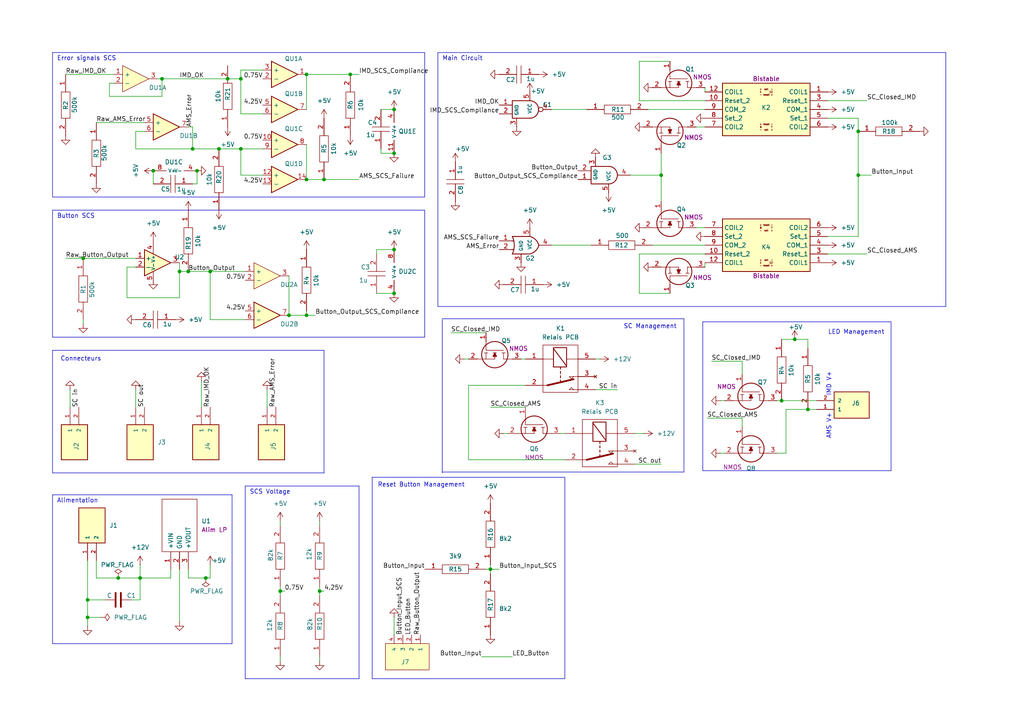
<source format=kicad_sch>
(kicad_sch (version 20231120) (generator "eeschema") (generator_version "8.0")
  (paper "A4")
  (title_block (title "IMD Reset"))
  (junction (at 248.92 50.8))
  (junction (at 88.9 91.44))
  (junction (at 226.695 116.205))
  (junction (at 69.85 43.18))
  (junction (at 55.88 43.18))
  (junction (at 88.9 21.59))
  (junction (at 83.82 91.44))
  (junction (at 88.9 52.07))
  (junction (at 69.85 22.86))
  (junction (at 142.24 165.1))
  (junction (at 191.77 50.8))
  (junction (at 25.4 173.99))
  (junction (at 59.69 167.64))
  (junction (at 114.3 72.39))
  (junction (at 248.92 38.1))
  (junction (at 57.15 49.53))
  (junction (at 230.505 98.425))
  (junction (at 52.07 78.74))
  (junction (at 34.29 167.64))
  (junction (at 81.28 171.45))
  (junction (at 66.04 22.86))
  (junction (at 63.5 43.18))
  (junction (at 101.6 21.59))
  (junction (at 114.3 31.75))
  (junction (at 25.4 179.07))
  (junction (at 44.45 49.53))
  (junction (at 114.3 85.09))
  (junction (at 40.64 167.64))
  (junction (at 114.3 44.45))
  (junction (at 46.99 22.86))
  (junction (at 60.96 78.74))
  (junction (at 234.315 118.745))
  (junction (at 24.13 74.93))
  (junction (at 92.71 171.45))
  (junction (at 93.98 52.07))
  (junction (at 54.61 78.74))
  (wire (pts (xy 134.62 104.14) (xy 135.89 104.14)))
  (wire (pts (xy 46.99 22.86) (xy 66.04 22.86)))
  (wire (pts (xy 226.695 116.205) (xy 236.855 116.205)))
  (wire (pts (xy 234.315 118.745) (xy 236.855 118.745)))
  (polyline (pts (xy 93.98 101.6) (xy 15.24 101.6)))
  (wire (pts (xy 191.77 134.62) (xy 184.15 134.62)))
  (wire (pts (xy 44.45 49.53) (xy 44.45 53.34)))
  (wire (pts (xy 101.6 21.59) (xy 104.14 21.59)))
  (wire (pts (xy 182.88 50.8) (xy 191.77 50.8)))
  (wire (pts (xy 92.71 171.45) (xy 93.98 171.45)))
  (wire (pts (xy 189.23 71.12) (xy 204.47 71.12)))
  (wire (pts (xy 71.12 92.71) (xy 60.96 92.71)))
  (wire (pts (xy 135.89 133.35) (xy 135.89 111.76)))
  (wire (pts (xy 19.05 21.59) (xy 33.02 21.59)))
  (wire (pts (xy 160.02 31.75) (xy 170.18 31.75)))
  (wire (pts (xy 83.82 91.44) (xy 88.9 91.44)))
  (wire (pts (xy 109.22 73.66) (xy 109.22 72.39)))
  (wire (pts (xy 88.9 52.07) (xy 93.98 52.07)))
  (wire (pts (xy 208.915 131.445) (xy 210.185 131.445)))
  (polyline (pts (xy 15.24 186.69) (xy 67.31 186.69)))
  (wire (pts (xy 109.22 72.39) (xy 114.3 72.39)))
  (wire (pts (xy 227.965 118.745) (xy 227.965 131.445)))
  (wire (pts (xy 39.37 113.03) (xy 39.37 118.11)))
  (wire (pts (xy 25.4 173.99) (xy 25.4 179.07)))
  (wire (pts (xy 92.71 170.18) (xy 92.71 171.45)))
  (wire (pts (xy 63.5 43.18) (xy 69.85 43.18)))
  (polyline (pts (xy 15.24 60.96) (xy 15.24 97.79)))
  (wire (pts (xy 162.56 125.73) (xy 163.83 125.73)))
  (wire (pts (xy 81.28 170.18) (xy 81.28 171.45)))
  (wire (pts (xy 251.46 73.66) (xy 240.03 73.66)))
  (wire (pts (xy 66.04 22.86) (xy 69.85 22.86)))
  (wire (pts (xy 204.47 25.4) (xy 204.47 26.67)))
  (wire (pts (xy 185.42 73.66) (xy 185.42 85.09)))
  (wire (pts (xy 135.89 111.76) (xy 152.4 111.76)))
  (wire (pts (xy 187.96 31.75) (xy 204.47 31.75)))
  (wire (pts (xy 60.96 78.74) (xy 60.96 92.71)))
  (polyline (pts (xy 93.98 137.16) (xy 93.98 101.6)))
  (wire (pts (xy 76.2 43.18) (xy 69.85 43.18)))
  (wire (pts (xy 52.07 78.74) (xy 52.07 86.36)))
  (polyline (pts (xy 128.27 136.906) (xy 198.374 136.906)))
  (wire (pts (xy 58.42 110.49) (xy 58.42 118.11)))
  (wire (pts (xy 88.9 21.59) (xy 101.6 21.59)))
  (polyline (pts (xy 67.31 186.69) (xy 67.31 143.51)))
  (wire (pts (xy 20.32 118.11) (xy 20.32 113.03)))
  (wire (pts (xy 49.53 167.64) (xy 40.64 167.64)))
  (polyline (pts (xy 15.24 137.16) (xy 93.98 137.16)))
  (wire (pts (xy 185.42 29.21) (xy 185.42 17.78)))
  (wire (pts (xy 144.78 165.1) (xy 142.24 165.1)))
  (wire (pts (xy 33.02 24.13) (xy 31.75 24.13)))
  (wire (pts (xy 185.42 85.09) (xy 194.31 85.09)))
  (wire (pts (xy 69.85 20.32) (xy 69.85 22.86)))
  (wire (pts (xy 44.45 82.55) (xy 44.45 81.28)))
  (wire (pts (xy 81.28 190.5) (xy 81.28 191.77)))
  (wire (pts (xy 24.13 92.71) (xy 24.13 93.98)))
  (wire (pts (xy 57.15 53.34) (xy 55.88 53.34)))
  (wire (pts (xy 77.47 118.11) (xy 77.47 113.03)))
  (wire (pts (xy 25.4 162.56) (xy 25.4 173.99)))
  (wire (pts (xy 248.92 38.1) (xy 248.92 50.8)))
  (wire (pts (xy 173.99 104.14) (xy 172.72 104.14)))
  (wire (pts (xy 205.105 121.285) (xy 215.265 121.285)))
  (wire (pts (xy 31.75 24.13) (xy 31.75 27.94)))
  (polyline (pts (xy 123.19 60.96) (xy 15.24 60.96)))
  (wire (pts (xy 54.61 78.74) (xy 60.96 78.74)))
  (wire (pts (xy 252.73 50.8) (xy 248.92 50.8)))
  (wire (pts (xy 52.07 76.2) (xy 52.07 78.74)))
  (wire (pts (xy 52.07 78.74) (xy 54.61 78.74)))
  (wire (pts (xy 191.77 44.45) (xy 191.77 50.8)))
  (wire (pts (xy 230.505 98.425) (xy 234.315 98.425)))
  (wire (pts (xy 46.99 27.94) (xy 46.99 22.86)))
  (wire (pts (xy 227.965 118.745) (xy 234.315 118.745)))
  (wire (pts (xy 55.88 43.18) (xy 63.5 43.18)))
  (wire (pts (xy 52.07 165.1) (xy 52.07 180.34)))
  (wire (pts (xy 69.85 43.18) (xy 69.85 50.8)))
  (wire (pts (xy 83.82 80.01) (xy 83.82 91.44)))
  (wire (pts (xy 60.96 163.83) (xy 60.96 167.64)))
  (wire (pts (xy 81.28 171.45) (xy 82.55 171.45)))
  (wire (pts (xy 25.4 181.61) (xy 25.4 179.07)))
  (wire (pts (xy 110.49 43.18) (xy 110.49 44.45)))
  (wire (pts (xy 55.88 36.83) (xy 54.61 36.83)))
  (wire (pts (xy 114.3 179.07) (xy 114.3 184.15)))
  (wire (pts (xy 54.61 165.1) (xy 54.61 167.64)))
  (wire (pts (xy 201.93 66.04) (xy 204.47 66.04)))
  (wire (pts (xy 109.22 85.09) (xy 114.3 85.09)))
  (wire (pts (xy 151.13 104.14) (xy 152.4 104.14)))
  (wire (pts (xy 31.75 27.94) (xy 46.99 27.94)))
  (wire (pts (xy 208.915 116.205) (xy 210.185 116.205)))
  (wire (pts (xy 57.15 53.34) (xy 57.15 49.53)))
  (wire (pts (xy 81.28 151.13) (xy 81.28 152.4)))
  (wire (pts (xy 24.13 74.93) (xy 39.37 74.93)))
  (wire (pts (xy 226.695 98.425) (xy 230.505 98.425)))
  (wire (pts (xy 76.2 50.8) (xy 69.85 50.8)))
  (wire (pts (xy 54.61 167.64) (xy 59.69 167.64)))
  (wire (pts (xy 41.91 38.1) (xy 39.37 38.1)))
  (wire (pts (xy 248.92 34.29) (xy 248.92 38.1)))
  (wire (pts (xy 88.9 41.91) (xy 88.9 52.07)))
  (wire (pts (xy 88.9 91.44) (xy 91.44 91.44)))
  (wire (pts (xy 66.04 19.05) (xy 66.04 22.86)))
  (wire (pts (xy 160.02 71.12) (xy 171.45 71.12)))
  (wire (pts (xy 71.12 78.74) (xy 60.96 78.74)))
  (wire (pts (xy 248.92 50.8) (xy 248.92 68.58)))
  (polyline (pts (xy 104.14 196.85) (xy 71.12 196.85)))
  (wire (pts (xy 92.71 190.5) (xy 92.71 191.77)))
  (wire (pts (xy 69.85 33.02) (xy 76.2 33.02)))
  (wire (pts (xy 226.695 116.205) (xy 225.425 116.205)))
  (wire (pts (xy 179.07 113.03) (xy 172.72 113.03)))
  (wire (pts (xy 39.37 43.18) (xy 55.88 43.18)))
  (wire (pts (xy 163.83 133.35) (xy 135.89 133.35)))
  (polyline (pts (xy 15.24 97.79) (xy 123.19 97.79)))
  (wire (pts (xy 55.88 43.18) (xy 55.88 36.83)))
  (wire (pts (xy 191.77 50.8) (xy 191.77 58.42)))
  (wire (pts (xy 19.05 74.93) (xy 24.13 74.93)))
  (wire (pts (xy 206.375 104.775) (xy 215.265 104.775)))
  (wire (pts (xy 201.93 36.83) (xy 204.47 36.83)))
  (wire (pts (xy 142.24 118.11) (xy 152.4 118.11)))
  (wire (pts (xy 36.83 86.36) (xy 52.07 86.36)))
  (polyline (pts (xy 128.27 92.71) (xy 128.27 137.16)))
  (polyline (pts (xy 15.24 143.51) (xy 15.24 186.69)))
  (wire (pts (xy 39.37 38.1) (xy 39.37 43.18)))
  (wire (pts (xy 142.24 165.1) (xy 142.24 166.37)))
  (wire (pts (xy 34.29 167.64) (xy 40.64 167.64)))
  (wire (pts (xy 240.03 29.21) (xy 251.46 29.21)))
  (wire (pts (xy 81.28 171.45) (xy 81.28 172.72)))
  (wire (pts (xy 76.2 20.32) (xy 69.85 20.32)))
  (wire (pts (xy 142.24 165.1) (xy 140.97 165.1)))
  (wire (pts (xy 110.49 44.45) (xy 114.3 44.45)))
  (wire (pts (xy 29.21 179.07) (xy 25.4 179.07)))
  (wire (pts (xy 92.71 171.45) (xy 92.71 172.72)))
  (wire (pts (xy 49.53 165.1) (xy 49.53 167.64)))
  (wire (pts (xy 185.42 17.78) (xy 194.31 17.78)))
  (wire (pts (xy 140.97 96.52) (xy 130.81 96.52)))
  (wire (pts (xy 88.9 91.44) (xy 88.9 90.17)))
  (wire (pts (xy 59.69 167.64) (xy 60.96 167.64)))
  (wire (pts (xy 92.71 151.13) (xy 92.71 152.4)))
  (polyline (pts (xy 198.374 136.906) (xy 198.374 92.456)))
  (wire (pts (xy 38.1 173.99) (xy 40.64 173.99)))
  (wire (pts (xy 69.85 22.86) (xy 69.85 33.02)))
  (wire (pts (xy 27.94 35.56) (xy 41.91 35.56)))
  (wire (pts (xy 40.64 173.99) (xy 40.64 167.64)))
  (wire (pts (xy 240.03 68.58) (xy 248.92 68.58)))
  (wire (pts (xy 142.24 163.83) (xy 142.24 165.1)))
  (polyline (pts (xy 71.12 140.97) (xy 104.14 140.97)))
  (wire (pts (xy 225.425 131.445) (xy 227.965 131.445)))
  (wire (pts (xy 215.265 104.775) (xy 215.265 108.585)))
  (wire (pts (xy 215.265 121.285) (xy 215.265 123.825)))
  (wire (pts (xy 27.94 167.64) (xy 34.29 167.64)))
  (wire (pts (xy 234.315 98.425) (xy 234.315 100.965)))
  (polyline (pts (xy 15.24 101.6) (xy 15.24 137.16)))
  (wire (pts (xy 185.42 29.21) (xy 204.47 29.21)))
  (wire (pts (xy 27.94 162.56) (xy 27.94 167.64)))
  (wire (pts (xy 240.03 34.29) (xy 248.92 34.29)))
  (wire (pts (xy 204.47 76.2) (xy 204.47 77.47)))
  (wire (pts (xy 39.37 77.47) (xy 36.83 77.47)))
  (wire (pts (xy 104.14 52.07) (xy 93.98 52.07)))
  (wire (pts (xy 184.15 125.73) (xy 186.69 125.73)))
  (wire (pts (xy 139.7 190.5) (xy 148.59 190.5)))
  (wire (pts (xy 185.42 73.66) (xy 204.47 73.66)))
  (wire (pts (xy 46.99 22.86) (xy 45.72 22.86)))
  (polyline (pts (xy 71.12 140.97) (xy 71.12 196.85)))
  (polyline (pts (xy 104.14 140.97) (xy 104.14 196.85)))
  (wire (pts (xy 40.64 163.83) (xy 40.64 167.64)))
  (wire (pts (xy 146.05 125.73) (xy 147.32 125.73)))
  (polyline (pts (xy 67.31 143.51) (xy 15.24 143.51)))
  (wire (pts (xy 36.83 77.47) (xy 36.83 86.36)))
  (wire (pts (xy 25.4 173.99) (xy 30.48 173.99)))
  (polyline (pts (xy 198.374 92.456) (xy 128.27 92.456)))
  (wire (pts (xy 110.49 31.75) (xy 114.3 31.75)))
  (wire (pts (xy 88.9 21.59) (xy 88.9 31.75)))
  (polyline (pts (xy 123.19 97.79) (xy 123.19 60.96)))
  (rectangle (start 127 15.24) (end 274.32 88.9))
  (rectangle (start 203.835 93.345) (end 258.445 136.525))
  (rectangle (start 107.95 138.43) (end 163.83 196.85))
  (rectangle (start 15.24 15.24) (end 123.19 57.15))
  (text "Error signals SCS" (at 16.51 17.78 0) (effects (font (size 1.27 1.27)) (justify left bottom)))
  (text "IMD V+\n" (at 241.173 114.935 90) (effects (font (size 1.27 1.27)) (justify left bottom)))
  (text "Button SCS\n" (at 16.51 63.5 0) (effects (font (size 1.27 1.27)) (justify left bottom)))
  (text "AMS V+\n" (at 241.173 127.381 90) (effects (font (size 1.27 1.27)) (justify left bottom)))
  (text "Alimentation\n" (at 16.51 146.05 0) (effects (font (size 1.27 1.27)) (justify left bottom)))
  (text "SC Management" (at 180.848 95.504 0) (effects (font (size 1.27 1.27)) (justify left bottom)))
  (text "Main Circuit" (at 128.27 17.78 0) (effects (font (size 1.27 1.27)) (justify left bottom)))
  (text "Reset Button Management" (at 122.174 140.716 0) (effects (font (size 1.27 1.27))))
  (text "SCS Voltage" (at 72.39 143.51 0) (effects (font (size 1.27 1.27)) (justify left bottom)))
  (text "LED Management" (at 240.157 97.155 0) (effects (font (size 1.27 1.27)) (justify left bottom)))
  (text "Connecteurs\n" (at 17.526 104.902 0) (effects (font (size 1.27 1.27)) (justify left bottom)))
  (label "4.25V" (at 93.98 171.45 0))
  (label "Raw_AMS_Error" (at 80.01 118.11 90))
  (label "Button_Output_SCS_Compliance" (at 167.64 52.07 180))
  (label "Button_Output_SCS_Compliance" (at 91.44 91.44 0))
  (label "0.75V" (at 82.55 171.45 0))
  (label "SC in" (at 179.07 113.03 180))
  (label "SC_Closed_AMS" (at 205.105 121.285 0))
  (label "Raw_IMD_OK" (at 60.96 118.11 90))
  (label "IMD_SCS_Compliance" (at 144.78 33.02 180))
  (label "Button_Input_SCS" (at 116.84 184.15 90))
  (label "0.75V" (at 76.2 22.86 180))
  (label "SC out" (at 191.77 134.62 180))
  (label "Button_Input" (at 139.7 190.5 180))
  (label "Button_Input" (at 252.73 50.8 0))
  (label "IMD_OK" (at 52.07 22.86 0))
  (label "0.75V" (at 71.12 81.28 180))
  (label "4.25V" (at 76.2 53.34 180))
  (label "Raw_Button_Output" (at 121.92 184.15 90))
  (label "IMD_SCS_Compliance" (at 104.14 21.59 0))
  (label "SC_Closed_IMD" (at 206.375 104.775 0))
  (label "Button_Input_SCS" (at 144.78 165.1 0))
  (label "SC in" (at 22.86 118.11 90))
  (label "0.75V" (at 76.2 40.64 180))
  (label "LED_Button" (at 119.38 184.15 90))
  (label "Raw_IMD_OK" (at 19.05 21.59 0))
  (label "4.25V" (at 76.2 30.48 180))
  (label "SC out" (at 41.91 118.11 90))
  (label "AMS_SCS_Failure" (at 104.14 52.07 0))
  (label "4.25V" (at 71.12 90.17 180))
  (label "SC_Closed_AMS" (at 142.24 118.11 0))
  (label "Button_Output" (at 167.64 49.53 180))
  (label "IMD_OK" (at 144.78 30.48 180))
  (label "Button_Output" (at 54.61 78.74 0))
  (label "AMS_SCS_Failure" (at 144.78 69.85 180))
  (label "Raw_Button_Output" (at 19.05 74.93 0))
  (label "LED_Button" (at 148.59 190.5 0))
  (label "AMS_Error" (at 144.78 72.39 180))
  (label "Raw_AMS_Error" (at 27.94 35.56 0))
  (label "Button_Input" (at 123.19 165.1 180))
  (label "SC_Closed_IMD" (at 251.46 29.21 0))
  (label "SC_Closed_IMD" (at 130.81 96.52 0))
  (label "SC_Closed_AMS" (at 251.46 73.66 0))
  (label "AMS_Error" (at 55.88 36.83 90))
  (symbol (lib_id "power:+5V") (at 142.24 146.05 0) (mirror y) (unit 1)
    (property "Reference" "#PWR01" (effects (hide yes)))
    (property "Value" "+5V" (at 142.24 140.97 0))
    (property "Description" "Power symbol creates a global label with name \"+5V\"" (effects (hide yes)))
  )
  (symbol (lib_name "NMOS SQ2348ES-T1_GE3_1") (lib_id "EPSA_Lib:NMOS SQ2348ES-T1_GE3") (at 210.185 131.445 0) (unit 1)
    (property "Reference" "Q8" (at 217.805 135.89 0))
    (property "Value" "NMOS SQ2348ES-T1_GE3" (effects (hide yes)))
    (property "Footprint" "EPSA_lib:SOT95P237X112-3N" (effects (hide yes)))
    (property "Datasheet" "http://www.vishay.com/docs/63706/sq2348es.pdf" (effects (hide yes)))
    (property "Description" "VISHAY - SQ2348ES-T1_GE3 - MOSFET, AEC-Q101, N-CH, 30V, SOT-23" (effects (hide yes)))
    (property "Sim.Pins" "3=1 1=2 2=3" (effects (hide yes)))
    (property "Sim.Device" "SPICE" (effects (hide yes)))
    (property "Sim.Params" "type=\"X\" model=\"SQ2348ES\" lib=\"${EPSA_lib}\\SpiceModel\\NMOS_SQ2348ES_PS Rev A.LIB\"" (effects (hide yes)))
    (property "Height" "1.12" (effects (hide yes)))
    (property "Manufacturer_Name" "Vishay" (effects (hide yes)))
    (property "Manufacturer_Part_Number" "SQ2348ES-T1_GE3" (effects (hide yes)))
    (property "Mouser Part Number" "781-SQ2348ES-T1_GE3" (effects (hide yes)))
    (property "Mouser Price/Stock" "https://www.mouser.co.uk/ProductDetail/Vishay-Siliconix/SQ2348ES-T1_GE3?qs=jHkklCh7amgC88blremf%252Bw%3D%3D" (effects (hide yes)))
    (property "Render Name" "NMOS" (at 212.471 135.509 0))
  )
  (symbol (lib_id "power:+5V") (at 92.71 151.13 0) (unit 1)
    (property "Reference" "#PWR07" (effects (hide yes)))
    (property "Value" "+5V" (at 92.71 146.05 0))
    (property "Description" "Power symbol creates a global label with name \"+5V\"" (effects (hide yes)))
  )
  (symbol (lib_id "power:+5V") (at 44.45 49.53 90) (unit 1)
    (property "Reference" "#PWR08" (effects (hide yes)))
    (property "Value" "+5V" (at 39.37 49.53 0))
    (property "Description" "Power symbol creates a global label with name \"+5V\"" (effects (hide yes)))
  )
  (symbol (lib_id "power:GND") (at 204.47 34.29 270) (unit 1)
    (property "Reference" "#GND021" (effects (hide yes)))
    (property "Value" "GND" (effects (hide yes)))
    (property "Description" "Power symbol creates a global label with name \"GND\" , ground" (effects (hide yes)))
  )
  (symbol (lib_id "EPSA_Lib:Gate OR SN74AHCT1G32DBVR") (at 148.59 71.12 0) (unit 1)
    (property "Reference" "G2" (at 152.4 74.93 0) (effects (justify left)))
    (property "Value" "Gate OR SN74AHCT1G32DBVR" (effects (hide yes)))
    (property "Footprint" "EPSA_lib:SOT95P280X145-5N" (effects (hide yes)))
    (property "Datasheet" "http://www.ti.com/lit/ds/symlink/sn74ahct1g32.pdf" (effects (hide yes)))
    (property "Description" "2-Input Positive-OR Gate SN74AHCT1G32DBV" (effects (hide yes)))
    (property "Sim.Pins" "4=1 1=2 2=3 5=4 3=5" (effects (hide yes)))
    (property "Sim.Device" "SPICE" (effects (hide yes)))
    (property "Sim.Params" "type=\"X\" model=\"SN74AHCT1G32\" lib=\"${EPSA_lib}\\SpiceModel\\OR_SN74AHCT1G32.lib\"" (effects (hide yes)))
    (property "Height" "1.45" (effects (hide yes)))
    (property "Manufacturer_Name" "Texas Instruments" (effects (hide yes)))
    (property "Manufacturer_Part_Number" "SN74AHCT1G32DBVR" (effects (hide yes)))
    (property "Mouser Part Number" "595-SN74AHCT1G32DBVR" (effects (hide yes)))
    (property "Mouser Price/Stock" "https://www.mouser.co.uk/ProductDetail/Texas-Instruments/SN74AHCT1G32DBVR?qs=0le1rQK8zxpIB8pUTaKa9Q%3D%3D" (effects (hide yes)))
    (property "Arrow Part Number" "SN74AHCT1G32DBVR" (effects (hide yes)))
    (property "Arrow Price/Stock" "https://www.arrow.com/en/products/sn74ahct1g32dbvr/texas-instruments" (effects (hide yes)))
    (property "Render Name" "Gate OR" (effects (hide yes)))
  )
  (symbol (lib_id "power:+5V") (at 81.28 151.13 0) (unit 1)
    (property "Reference" "#PWR06" (effects (hide yes)))
    (property "Value" "+5V" (at 81.28 146.05 0))
    (property "Description" "Power symbol creates a global label with name \"+5V\"" (effects (hide yes)))
  )
  (symbol (lib_id "EPSA_Lib:Condensateur 0805Y1000104JXT") (at 156.21 21.59 180) (unit 1)
    (property "Reference" "C2" (at 148.082 23.114 0))
    (property "Value" "1u" (at 153.924 22.86 0))
    (property "Footprint" "EPSA_lib:CAPC2012X130N" (effects (hide yes)))
    (property "Datasheet" "http://docs-europe.electrocomponents.com/webdocs/119d/0900766b8119d7bc.pdf" (effects (hide yes)))
    (property "Description" "Syfer 0805 Ceramic Chip Capacitors" (effects (hide yes)))
    (property "Sim.Pins" "1=+ 2=-" (effects (hide yes)))
    (property "Sim.Device" "C" (effects (hide yes)))
    (property "Height" "1.3" (effects (hide yes)))
    (property "Manufacturer_Name" "Syfer" (effects (hide yes)))
    (property "Manufacturer_Part_Number" "0805Y1000104JXT" (effects (hide yes)))
    (property "Render Name" "Condensateur" (effects (hide yes)))
  )
  (symbol (lib_id "power:GND") (at 20.32 113.03 180) (unit 1)
    (property "Reference" "#GND012" (effects (hide yes)))
    (property "Value" "GND" (effects (hide yes)))
    (property "Description" "Power symbol creates a global label with name \"GND\" , ground" (effects (hide yes)))
  )
  (symbol (lib_id "power:GND") (at 134.62 104.14 270) (unit 1)
    (property "Reference" "#GND01" (effects (hide yes)))
    (property "Value" "GND" (effects (hide yes)))
    (property "Description" "Power symbol creates a global label with name \"GND\" , ground" (effects (hide yes)))
  )
  (symbol (lib_id "power:GND") (at 58.42 110.49 180) (unit 1)
    (property "Reference" "#GND03" (effects (hide yes)))
    (property "Value" "GND" (effects (hide yes)))
    (property "Description" "Power symbol creates a global label with name \"GND\" , ground" (effects (hide yes)))
  )
  (symbol (lib_id "EPSA_Lib:Résistance RK73H2BLTDD2152F") (at 19.05 21.59 270) (unit 1)
    (property "Reference" "R2" (at 19.05 29.21 0) (effects (justify left)))
    (property "Value" "500k" (at 21.59 27.94 0) (effects (justify left)))
    (property "Footprint" "EPSA_lib:RESC3216X70N" (effects (hide yes)))
    (property "Datasheet" "http://www.koaspeer.com/catimages/Products/RK73H/RK73H.pdf" (effects (hide yes)))
    (property "Description" "Thick Film Resistors - SMD" (effects (hide yes)))
    (property "Height" "0.7" (effects (hide yes)))
    (property "Manufacturer_Name" "KOA Speer" (effects (hide yes)))
    (property "Manufacturer_Part_Number" "RK73H2BLTDD2152F" (effects (hide yes)))
    (property "Mouser Part Number" "N/A" (effects (hide yes)))
    (property "Mouser Price/Stock" "https://www.mouser.co.uk/ProductDetail/KOA-Speer/RK73H2BLTDD2152F?qs=WeIALVmW3zmyxMFsjVzMRw%3D%3D" (effects (hide yes)))
    (property "Sim.Device" "R" (effects (hide yes)))
    (property "Sim.Params" "type=\"R\" model=\"10k\" lib=\"\"" (effects (hide yes)))
    (property "Sim.Pins" "1=+ 2=-" (effects (hide yes)))
    (property "Render Name" "Résistance" (effects (hide yes)))
  )
  (symbol (lib_id "power:+12V") (at 230.505 98.425 0) (unit 1)
    (property "Reference" "#PWR031" (effects (hide yes)))
    (property "Value" "+5V" (at 230.759 94.869 0))
    (property "Description" "Power symbol creates a global label with name \"+12V\"" (effects (hide yes)))
  )
  (symbol (lib_id "EPSA_Lib:Opamp_Dual") (at 35.56 22.86 0) (unit 1)
    (property "Reference" "DU1" (at 43.18 25.4 0) (effects (justify left)))
    (property "Value" "Opamp_Dual" (effects (hide yes)))
    (property "Footprint" "Package_SO:TSSOP-8_4.4x3mm_P0.65mm" (effects (hide yes)))
    (property "Datasheet" "https://www.ti.com/lit/gpn/tlv9064-q1" (effects (hide yes)))
    (property "Description" "Dual operational amplifier" (effects (hide yes)))
    (property "Manufacturer_Name" "Texas Instruments" (effects (hide yes)))
    (property "Manufacturer_Part_Number" "TLV9062QPWRQ1 " (effects (hide yes)))
    (property "Mouser Part Number" "595-TLV9062QPWRQ1 " (effects (hide yes)))
  )
  (symbol (lib_id "power:GND") (at 149.86 36.83 0) (unit 1)
    (property "Reference" "#GND015" (effects (hide yes)))
    (property "Value" "GND" (effects (hide yes)))
    (property "Description" "Power symbol creates a global label with name \"GND\" , ground" (effects (hide yes)))
  )
  (symbol (lib_id "power:+5V") (at 240.03 71.12 270) (unit 1)
    (property "Reference" "#PWR03" (effects (hide yes)))
    (property "Value" "+5V" (at 243.84 71.12 90) (effects (justify left)))
    (property "Description" "Power symbol creates a global label with name \"+5V\"" (effects (hide yes)))
  )
  (symbol (lib_id "EPSA_Lib:Opamp_Dual") (at 73.66 91.44 0) (unit 2)
    (property "Reference" "DU2" (at 81.28 93.98 0) (effects (justify left)))
    (property "Value" "Opamp_Dual" (effects (hide yes)))
    (property "Footprint" "Package_SO:TSSOP-8_4.4x3mm_P0.65mm" (effects (hide yes)))
    (property "Datasheet" "https://www.ti.com/lit/gpn/tlv9064-q1" (effects (hide yes)))
    (property "Description" "Dual operational amplifier" (effects (hide yes)))
    (property "Manufacturer_Name" "Texas Instruments" (effects (hide yes)))
    (property "Manufacturer_Part_Number" "TLV9062QPWRQ1 " (effects (hide yes)))
    (property "Mouser Part Number" "595-TLV9062QPWRQ1 " (effects (hide yes)))
  )
  (symbol (lib_id "power:GND") (at 44.45 81.28 0) (unit 1)
    (property "Reference" "#GND031" (effects (hide yes)))
    (property "Value" "GND" (effects (hide yes)))
    (property "Description" "Power symbol creates a global label with name \"GND\" , ground" (effects (hide yes)))
  )
  (symbol (lib_id "power:GND") (at 172.72 45.72 180) (unit 1)
    (property "Reference" "#GND028" (effects (hide yes)))
    (property "Value" "GND" (effects (hide yes)))
    (property "Description" "Power symbol creates a global label with name \"GND\" , ground" (effects (hide yes)))
  )
  (symbol (lib_id "EPSA_Lib:Résistance RK73H2BLTDD2152F") (at 88.9 72.39 270) (unit 1)
    (property "Reference" "R4" (at 88.9 80.01 0) (effects (justify left)))
    (property "Value" "10k" (at 91.694 79.502 0) (effects (justify left)))
    (property "Footprint" "EPSA_lib:RESC3216X70N" (effects (hide yes)))
    (property "Datasheet" "http://www.koaspeer.com/catimages/Products/RK73H/RK73H.pdf" (effects (hide yes)))
    (property "Description" "Thick Film Resistors - SMD" (effects (hide yes)))
    (property "Height" "0.7" (effects (hide yes)))
    (property "Manufacturer_Name" "KOA Speer" (effects (hide yes)))
    (property "Manufacturer_Part_Number" "RK73H2BLTDD2152F" (effects (hide yes)))
    (property "Mouser Part Number" "N/A" (effects (hide yes)))
    (property "Mouser Price/Stock" "https://www.mouser.co.uk/ProductDetail/KOA-Speer/RK73H2BLTDD2152F?qs=WeIALVmW3zmyxMFsjVzMRw%3D%3D" (effects (hide yes)))
    (property "Sim.Device" "R" (effects (hide yes)))
    (property "Sim.Params" "type=\"R\" model=\"10k\" lib=\"\"" (effects (hide yes)))
    (property "Sim.Pins" "1=+ 2=-" (effects (hide yes)))
    (property "Render Name" "Résistance" (effects (hide yes)))
  )
  (symbol (lib_id "power:+5V") (at 88.9 72.39 0) (unit 1)
    (property "Reference" "#PWR018" (effects (hide yes)))
    (property "Value" "+5V" (at 88.9 67.31 0))
    (property "Description" "Power symbol creates a global label with name \"+5V\"" (effects (hide yes)))
  )
  (symbol (lib_id "EPSA_Lib:Gate AND SN74AHCT1G08DBVR") (at 171.45 50.8 0) (mirror x) (unit 1)
    (property "Reference" "G3" (at 174.7284 45.72 0) (effects (justify left)))
    (property "Value" "Gate AND SN74AHCT1G08DBVR" (effects (hide yes)))
    (property "Footprint" "EPSA_lib:SOT95P280X145-5N" (effects (hide yes)))
    (property "Datasheet" "https://datasheet.datasheetarchive.com/originals/distributors/SFDatasheet-6/sf-000128638.pdf" (effects (hide yes)))
    (property "Description" "SN74AHCT1G08DBVR, Logic Gate 2 Input AND, AHCT, 8mA 5V 5-Pin SOT-23" (effects (hide yes)))
    (property "Sim.Pins" "4=1 1=2 2=3 5=4 3=5" (effects (hide yes)))
    (property "Sim.Device" "SPICE" (effects (hide yes)))
    (property "Sim.Params" "type=\"X\" model=\"SN74AHC1G08\" lib=\"${EPSA_lib}\\SpiceModel\\AND_SN74AHC1G08.lib\"" (effects (hide yes)))
    (property "Height" "1.45" (effects (hide yes)))
    (property "Manufacturer_Name" "Texas Instruments" (effects (hide yes)))
    (property "Manufacturer_Part_Number" "SN74AHCT1G08DBVR" (effects (hide yes)))
    (property "Mouser Part Number" "595-SN74AHCT1G08DBVR" (effects (hide yes)))
    (property "Mouser Price/Stock" "https://www.mouser.co.uk/ProductDetail/Texas-Instruments/SN74AHCT1G08DBVR?qs=8Pd2FuFSoMGY9AK%2Ftqwbcw%3D%3D" (effects (hide yes)))
    (property "Arrow Part Number" "SN74AHCT1G08DBVR" (effects (hide yes)))
    (property "Arrow Price/Stock" "https://www.arrow.com/en/products/sn74ahct1g08dbvr/texas-instruments?region=nac" (effects (hide yes)))
    (property "Render Name" "Gate AND" (effects (hide yes)))
  )
  (symbol (lib_id "EPSA_Lib:Opamp_Dual") (at 50.8 49.53 90) (unit 3)
    (property "Reference" "DU1" (at 53.086 46.99 90) (effects (justify left)))
    (property "Value" "Opamp_Dual" (effects (hide yes)))
    (property "Footprint" "Package_SO:TSSOP-8_4.4x3mm_P0.65mm" (effects (hide yes)))
    (property "Datasheet" "https://www.ti.com/lit/gpn/tlv9064-q1" (effects (hide yes)))
    (property "Description" "Dual operational amplifier" (effects (hide yes)))
    (property "Manufacturer_Name" "Texas Instruments" (effects (hide yes)))
    (property "Manufacturer_Part_Number" "TLV9062QPWRQ1 " (effects (hide yes)))
    (property "Mouser Part Number" "595-TLV9062QPWRQ1 " (effects (hide yes)))
  )
  (symbol (lib_id "power:GND") (at 151.13 76.2 0) (unit 1)
    (property "Reference" "#GND09" (effects (hide yes)))
    (property "Value" "GND" (effects (hide yes)))
    (property "Description" "Power symbol creates a global label with name \"GND\" , ground" (effects (hide yes)))
  )
  (symbol (lib_id "EPSA_Lib:Résistance RK73H2BLTDD2152F") (at 24.13 74.93 270) (unit 1)
    (property "Reference" "R1" (at 24.13 82.55 0) (effects (justify left)))
    (property "Value" "500k" (at 26.67 81.534 0) (effects (justify left)))
    (property "Footprint" "EPSA_lib:RESC3216X70N" (effects (hide yes)))
    (property "Datasheet" "http://www.koaspeer.com/catimages/Products/RK73H/RK73H.pdf" (effects (hide yes)))
    (property "Description" "Thick Film Resistors - SMD" (effects (hide yes)))
    (property "Height" "0.7" (effects (hide yes)))
    (property "Manufacturer_Name" "KOA Speer" (effects (hide yes)))
    (property "Manufacturer_Part_Number" "RK73H2BLTDD2152F" (effects (hide yes)))
    (property "Mouser Part Number" "N/A" (effects (hide yes)))
    (property "Mouser Price/Stock" "https://www.mouser.co.uk/ProductDetail/KOA-Speer/RK73H2BLTDD2152F?qs=WeIALVmW3zmyxMFsjVzMRw%3D%3D" (effects (hide yes)))
    (property "Sim.Device" "R" (effects (hide yes)))
    (property "Sim.Params" "type=\"R\" model=\"10k\" lib=\"\"" (effects (hide yes)))
    (property "Sim.Pins" "1=+ 2=-" (effects (hide yes)))
    (property "Render Name" "Résistance" (effects (hide yes)))
  )
  (symbol (lib_id "power:GND") (at 114.3 85.09 0) (unit 1)
    (property "Reference" "#GND030" (effects (hide yes)))
    (property "Value" "GND" (effects (hide yes)))
    (property "Description" "Power symbol creates a global label with name \"GND\" , ground" (effects (hide yes)))
  )
  (symbol (lib_id "EPSA_Lib:Résistance RK73H2BLTDD2152F") (at 101.6 39.37 90) (unit 1)
    (property "Reference" "R6" (at 101.6 31.75 0) (effects (justify left)))
    (property "Value" "10k" (at 104.648 32.258 0) (effects (justify left)))
    (property "Footprint" "EPSA_lib:RESC3216X70N" (effects (hide yes)))
    (property "Datasheet" "http://www.koaspeer.com/catimages/Products/RK73H/RK73H.pdf" (effects (hide yes)))
    (property "Description" "Thick Film Resistors - SMD" (effects (hide yes)))
    (property "Height" "0.7" (effects (hide yes)))
    (property "Manufacturer_Name" "KOA Speer" (effects (hide yes)))
    (property "Manufacturer_Part_Number" "RK73H2BLTDD2152F" (effects (hide yes)))
    (property "Mouser Part Number" "N/A" (effects (hide yes)))
    (property "Mouser Price/Stock" "https://www.mouser.co.uk/ProductDetail/KOA-Speer/RK73H2BLTDD2152F?qs=WeIALVmW3zmyxMFsjVzMRw%3D%3D" (effects (hide yes)))
    (property "Sim.Device" "R" (effects (hide yes)))
    (property "Sim.Params" "type=\"R\" model=\"10k\" lib=\"\"" (effects (hide yes)))
    (property "Sim.Pins" "1=+ 2=-" (effects (hide yes)))
    (property "Render Name" "Résistance" (effects (hide yes)))
  )
  (symbol (lib_id "EPSA_Lib:Résistance RK73H2BLTDD2152F") (at 171.45 71.12 0) (unit 1)
    (property "Reference" "R12" (at 178.308 71.12 0) (effects (justify left)))
    (property "Value" "500" (at 178.562 68.326 0) (effects (justify left)))
    (property "Footprint" "EPSA_lib:RESC3216X70N" (effects (hide yes)))
    (property "Datasheet" "http://www.koaspeer.com/catimages/Products/RK73H/RK73H.pdf" (effects (hide yes)))
    (property "Description" "Thick Film Resistors - SMD" (effects (hide yes)))
    (property "Height" "0.7" (effects (hide yes)))
    (property "Manufacturer_Name" "KOA Speer" (effects (hide yes)))
    (property "Manufacturer_Part_Number" "RK73H2BLTDD2152F" (effects (hide yes)))
    (property "Mouser Part Number" "N/A" (effects (hide yes)))
    (property "Mouser Price/Stock" "https://www.mouser.co.uk/ProductDetail/KOA-Speer/RK73H2BLTDD2152F?qs=WeIALVmW3zmyxMFsjVzMRw%3D%3D" (effects (hide yes)))
    (property "Sim.Device" "R" (effects (hide yes)))
    (property "Sim.Params" "type=\"R\" model=\"10k\" lib=\"\"" (effects (hide yes)))
    (property "Sim.Pins" "1=+ 2=-" (effects (hide yes)))
    (property "Render Name" "Résistance" (effects (hide yes)))
  )
  (symbol (lib_name "NMOS SQ2348ES-T1_GE3_1") (lib_id "EPSA_Lib:NMOS SQ2348ES-T1_GE3") (at 147.32 125.73 0) (unit 1)
    (property "Reference" "Q6" (at 154.94 130.175 0))
    (property "Value" "NMOS SQ2348ES-T1_GE3" (effects (hide yes)))
    (property "Footprint" "EPSA_lib:SOT95P237X112-3N" (effects (hide yes)))
    (property "Datasheet" "http://www.vishay.com/docs/63706/sq2348es.pdf" (effects (hide yes)))
    (property "Description" "VISHAY - SQ2348ES-T1_GE3 - MOSFET, AEC-Q101, N-CH, 30V, SOT-23" (effects (hide yes)))
    (property "Sim.Pins" "3=1 1=2 2=3" (effects (hide yes)))
    (property "Sim.Device" "SPICE" (effects (hide yes)))
    (property "Sim.Params" "type=\"X\" model=\"SQ2348ES\" lib=\"${EPSA_lib}\\SpiceModel\\NMOS_SQ2348ES_PS Rev A.LIB\"" (effects (hide yes)))
    (property "Height" "1.12" (effects (hide yes)))
    (property "Manufacturer_Name" "Vishay" (effects (hide yes)))
    (property "Manufacturer_Part_Number" "SQ2348ES-T1_GE3" (effects (hide yes)))
    (property "Mouser Part Number" "781-SQ2348ES-T1_GE3" (effects (hide yes)))
    (property "Mouser Price/Stock" "https://www.mouser.co.uk/ProductDetail/Vishay-Siliconix/SQ2348ES-T1_GE3?qs=jHkklCh7amgC88blremf%252Bw%3D%3D" (effects (hide yes)))
    (property "Render Name" "NMOS" (at 154.94 132.715 0))
  )
  (symbol (lib_id "power:GND") (at 52.07 180.34 0) (unit 1)
    (property "Reference" "#GND07" (effects (hide yes)))
    (property "Value" "GND" (effects (hide yes)))
    (property "Description" "Power symbol creates a global label with name \"GND\" , ground" (effects (hide yes)))
  )
  (symbol (lib_id "power:PWR_FLAG") (at 34.29 167.64 0) (unit 1)
    (property "Reference" "#FLG0102" (effects (hide yes)))
    (property "Value" "PWR_FLAG" (at 29.21 163.83 0) (effects (justify left)))
    (property "Description" "Special symbol for telling ERC where power comes from" (effects (hide yes)))
  )
  (symbol (lib_id "EPSA_Lib:Bistable V23079B1201B301") (at 240.03 26.67 0) (mirror y) (unit 1)
    (property "Reference" "K2" (at 223.52 30.48 0) (effects (justify left top)))
    (property "Value" "Bistable V23079B1201B301" (effects (hide yes)))
    (property "Footprint" "EPSA_lib:V23079B1201B301" (effects (hide yes)))
    (property "Datasheet" "https://www.te.com/commerce/DocumentDelivery/DDEController?Action=showdoc&DocId=Data+Sheet%7FP2_Relay%7FZ14%7Fpdf%7FEnglish%7FENG_DS_P2_Relay_Z14.pdf%7F3-1393788-3" (effects (hide yes)))
    (property "Description" "TE CONNECTIVITY / AXICOM - V23079B1201B301 - RELAY, SIGNAL, DPDT, 250VAC, 220VDC, 2A" (effects (hide yes)))
    (property "Height" "9.9" (effects (hide yes)))
    (property "Mouser Part Number" "655-V23079B1201B301" (effects (hide yes)))
    (property "Mouser Price/Stock" "https://www.mouser.co.uk/ProductDetail/TE-Connectivity-Axicom/V23079B1201B301?qs=Mpp7pS3%252Boa448t%252ByTVqVnw%3D%3D" (effects (hide yes)))
    (property "Manufacturer_Name" "TE Connectivity" (effects (hide yes)))
    (property "Manufacturer_Part_Number" "V23079B1201B301" (effects (hide yes)))
    (property "Render Name" "Bistable" (at 222.25 22.86 0))
  )
  (symbol (lib_id "power:GND") (at 77.47 113.03 180) (unit 1)
    (property "Reference" "#GND016" (effects (hide yes)))
    (property "Value" "GND" (effects (hide yes)))
    (property "Description" "Power symbol creates a global label with name \"GND\" , ground" (effects (hide yes)))
  )
  (symbol (lib_id "EPSA_Lib:Résistance RK73H2BLTDD2152F") (at 123.19 165.1 0) (mirror x) (unit 1)
    (property "Reference" "R15" (at 132.08 165.1 0))
    (property "Value" "3k9" (at 132.08 161.29 0))
    (property "Footprint" "EPSA_lib:RESC3216X70N" (effects (hide yes)))
    (property "Datasheet" "http://www.koaspeer.com/catimages/Products/RK73H/RK73H.pdf" (effects (hide yes)))
    (property "Description" "Thick Film Resistors - SMD" (effects (hide yes)))
    (property "Sim.Pins" "1=+ 2=-" (effects (hide yes)))
    (property "Sim.Device" "R" (effects (hide yes)))
    (property "Height" "0.7" (effects (hide yes)))
    (property "Manufacturer_Name" "KOA Speer" (effects (hide yes)))
    (property "Manufacturer_Part_Number" "RK73H2BLTDD2152F" (effects (hide yes)))
    (property "Mouser Part Number" "N/A" (effects (hide yes)))
    (property "Mouser Price/Stock" "https://www.mouser.co.uk/ProductDetail/KOA-Speer/RK73H2BLTDD2152F?qs=WeIALVmW3zmyxMFsjVzMRw%3D%3D" (effects (hide yes)))
    (property "Render Name" "Résistance" (effects (hide yes)))
  )
  (symbol (lib_id "EPSA_Lib:Résistance RK73H2BLTDD2152F") (at 92.71 170.18 90) (unit 1)
    (property "Reference" "R9" (at 92.71 162.56 0) (effects (justify left)))
    (property "Value" "12k" (at 89.662 162.56 0) (effects (justify left)))
    (property "Footprint" "EPSA_lib:RESC3216X70N" (effects (hide yes)))
    (property "Datasheet" "http://www.koaspeer.com/catimages/Products/RK73H/RK73H.pdf" (effects (hide yes)))
    (property "Description" "Thick Film Resistors - SMD" (effects (hide yes)))
    (property "Height" "0.7" (effects (hide yes)))
    (property "Manufacturer_Name" "KOA Speer" (effects (hide yes)))
    (property "Manufacturer_Part_Number" "RK73H2BLTDD2152F" (effects (hide yes)))
    (property "Mouser Part Number" "N/A" (effects (hide yes)))
    (property "Mouser Price/Stock" "https://www.mouser.co.uk/ProductDetail/KOA-Speer/RK73H2BLTDD2152F?qs=WeIALVmW3zmyxMFsjVzMRw%3D%3D" (effects (hide yes)))
    (property "Render Name" "Résistance" (effects (hide yes)))
    (property "Sim.Device" "R" (effects (hide yes)))
    (property "Sim.Params" "type=\"R\" model=\"2k\" lib=\"\"" (effects (hide yes)))
    (property "Sim.Pins" "1=+ 2=-" (effects (hide yes)))
  )
  (symbol (lib_id "EPSA_Lib:Alim LP TSR_0.5-2450") (at 54.61 163.83 90) (unit 1)
    (property "Reference" "U1" (at 58.42 151.1299 90) (effects (justify right)))
    (property "Value" "Alim LP TSR_0.5-2450" (effects (hide yes)))
    (property "Footprint" "EPSA_lib:TSR-0.5-2433" (effects (hide yes)))
    (property "Datasheet" "https://tracopower.com/tsr0-5-datasheet/" (effects (hide yes)))
    (property "Description" "0.5 Amp POL switching regulator, 4.75 to -32 VDC input, pos.-pos. circuit, LM78 compatible, SIP-3" (effects (hide yes)))
    (property "Sim.Pins" "1=1 2=2 3=3" (effects (hide yes)))
    (property "Sim.Device" "SPICE" (effects (hide yes)))
    (property "Sim.Params" "type=\"R\" model=\"Alim LP TSR_0.5-2450\" lib=\"\"" (effects (hide yes)))
    (property "Manufacturer_Name" "Traco Power" (effects (hide yes)))
    (property "Manufacturer_Part_Number" "TSR 0.5-2450" (effects (hide yes)))
    (property "Mouser Part Number" "495-TSR0.5-2450" (effects (hide yes)))
    (property "Mouser Price/Stock" "https://www.mouser.co.uk/ProductDetail/TRACO-Power/TSR-0.5-2450?qs=ckJk83FOD0XpEgQBSwF%2FIw%3D%3D" (effects (hide yes)))
    (property "Arrow Part Number" "TSR 0.5-2450" (effects (hide yes)))
    (property "Arrow Price/Stock" "https://www.arrow.com/en/products/tsr0.5-2450/traco-electronic-ag?region=europe" (effects (hide yes)))
    (property "Render Name" "Alim LP" (at 58.42 153.6699 90) (effects (justify right)))
  )
  (symbol (lib_id "EPSA_Lib:Opamp_Quad") (at 78.74 21.59 0) (unit 1)
    (property "Reference" "QU1" (at 82.55 17.018 0) (effects (justify left)))
    (property "Value" "Opamp_Quad" (effects (hide yes)))
    (property "Footprint" "Package_SO:TSSOP-14_4.4x5mm_P0.65mm" (effects (hide yes)))
    (property "Datasheet" "https://www.ti.com/lit/gpn/tlv9064-q1" (effects (hide yes)))
    (property "Description" "Quad operational amplifier" (effects (hide yes)))
    (property "Manufacturer_Name" "Texas Instruments" (effects (hide yes)))
    (property "Manufacturer_Part_Number" "TLV9064QPWRQ1 " (effects (hide yes)))
    (property "Mouser Part Number" "595-TLV9064QPWRQ1 " (effects (hide yes)))
  )
  (symbol (lib_id "power:GND") (at 39.37 92.71 270) (unit 1)
    (property "Reference" "#GND017" (effects (hide yes)))
    (property "Value" "GND" (effects (hide yes)))
    (property "Description" "Power symbol creates a global label with name \"GND\" , ground" (effects (hide yes)))
  )
  (symbol (lib_id "EPSA_Lib:Résistance RK73H2BLTDD2152F") (at 66.04 36.83 90) (unit 1)
    (property "Reference" "R21" (at 66.04 29.21 0) (effects (justify left)))
    (property "Value" "10k" (at 63.246 29.718 0) (effects (justify left)))
    (property "Footprint" "EPSA_lib:RESC3216X70N" (effects (hide yes)))
    (property "Datasheet" "http://www.koaspeer.com/catimages/Products/RK73H/RK73H.pdf" (effects (hide yes)))
    (property "Description" "Thick Film Resistors - SMD" (effects (hide yes)))
    (property "Height" "0.7" (effects (hide yes)))
    (property "Manufacturer_Name" "KOA Speer" (effects (hide yes)))
    (property "Manufacturer_Part_Number" "RK73H2BLTDD2152F" (effects (hide yes)))
    (property "Mouser Part Number" "N/A" (effects (hide yes)))
    (property "Mouser Price/Stock" "https://www.mouser.co.uk/ProductDetail/KOA-Speer/RK73H2BLTDD2152F?qs=WeIALVmW3zmyxMFsjVzMRw%3D%3D" (effects (hide yes)))
    (property "Sim.Device" "R" (effects (hide yes)))
    (property "Sim.Params" "type=\"R\" model=\"10k\" lib=\"\"" (effects (hide yes)))
    (property "Sim.Pins" "1=+ 2=-" (effects (hide yes)))
    (property "Render Name" "Résistance" (effects (hide yes)))
  )
  (symbol (lib_id "power:GND") (at 189.23 25.4 270) (unit 1)
    (property "Reference" "#GND022" (effects (hide yes)))
    (property "Value" "GND" (effects (hide yes)))
    (property "Description" "Power symbol creates a global label with name \"GND\" , ground" (effects (hide yes)))
  )
  (symbol (lib_id "EPSA_Lib:Bistable V23079B1201B301") (at 240.03 76.2 180) (unit 1)
    (property "Reference" "K4" (at 223.52 72.39 0) (effects (justify left top)))
    (property "Value" "Bistable V23079B1201B301" (effects (hide yes)))
    (property "Footprint" "EPSA_lib:V23079B1201B301" (effects (hide yes)))
    (property "Datasheet" "https://www.te.com/commerce/DocumentDelivery/DDEController?Action=showdoc&DocId=Data+Sheet%7FP2_Relay%7FZ14%7Fpdf%7FEnglish%7FENG_DS_P2_Relay_Z14.pdf%7F3-1393788-3" (effects (hide yes)))
    (property "Description" "TE CONNECTIVITY / AXICOM - V23079B1201B301 - RELAY, SIGNAL, DPDT, 250VAC, 220VDC, 2A" (effects (hide yes)))
    (property "Height" "9.9" (effects (hide yes)))
    (property "Mouser Part Number" "655-V23079B1201B301" (effects (hide yes)))
    (property "Mouser Price/Stock" "https://www.mouser.co.uk/ProductDetail/TE-Connectivity-Axicom/V23079B1201B301?qs=Mpp7pS3%252Boa448t%252ByTVqVnw%3D%3D" (effects (hide yes)))
    (property "Manufacturer_Name" "TE Connectivity" (effects (hide yes)))
    (property "Manufacturer_Part_Number" "V23079B1201B301" (effects (hide yes)))
    (property "Render Name" "Bistable" (at 222.25 80.01 0))
  )
  (symbol (lib_id "power:+5V") (at 153.67 66.04 0) (unit 1)
    (property "Reference" "#PWR017" (effects (hide yes)))
    (property "Value" "+5V" (at 153.67 60.96 0))
    (property "Description" "Power symbol creates a global label with name \"+5V\"" (effects (hide yes)))
  )
  (symbol (lib_id "power:+12V") (at 173.99 104.14 270) (unit 1)
    (property "Reference" "#PWR029" (effects (hide yes)))
    (property "Value" "+12V" (at 177.8 104.1399 90) (effects (justify left)))
    (property "Description" "Power symbol creates a global label with name \"+12V\"" (effects (hide yes)))
  )
  (symbol (lib_id "power:+12V") (at 40.64 163.83 0) (unit 1)
    (property "Reference" "#PWR02" (effects (hide yes)))
    (property "Value" "+12V" (at 40.64 158.75 0))
    (property "Description" "Power symbol creates a global label with name \"+12V\"" (effects (hide yes)))
  )
  (symbol (lib_id "EPSA_Lib:2P Droit 2-11-2022") (at 247.015 118.745 0) (mirror x) (unit 1)
    (property "Reference" "J6" (at 247.015 116.205 0) (effects (justify left bottom)))
    (property "Value" "2P Droit 2-11-2022" (effects (hide yes)))
    (property "Footprint" "EPSA_lib:MOLEX_22-11-2022" (effects (hide yes)))
    (property "Datasheet" "https://www.molex.com/en-us/products/part-detail/22112022?display=pdf" (effects (hide yes)))
    (property "Sim.Pins" "1=1 2=2" (effects (hide yes)))
    (property "Sim.Device" "SPICE" (effects (hide yes)))
    (property "Sim.Params" "type=\"J\" model=\"22-11-2022\" lib=\"\"" (effects (hide yes)))
    (property "MAXIMUM_PACKAGE_HEIGHT" "10.66mm" (effects (hide yes)))
    (property "PARTREV" "BD8" (effects (hide yes)))
    (property "STANDARD" "Manufacturer Recommendations" (effects (hide yes)))
    (property "MANUFACTURER" "Molex" (effects (hide yes)))
    (property "Render Name" "2P Droit" (effects (hide yes)))
    (property "Height" "10.66mm" (effects (hide yes)))
    (property "Manufacturer_Name" "Molex" (effects (hide yes)))
    (property "Manufacturer_Part_Number" "22-11-2022" (effects (hide yes)))
    (property "Mouser Part Number" "538-22-11-2022" (effects (hide yes)))
    (property "Mouser Price/Stock" "https://www.mouser.fr/ProductDetail/Molex/22-11-2022?qs=mrPiglD9aYLq1NGrfjXTJg%3D%3D" (effects (hide yes)))
  )
  (symbol (lib_id "EPSA_Lib:Condensateur 0805Y1000104JXT") (at 109.22 85.09 90) (unit 1)
    (property "Reference" "C3" (at 104.648 77.47 90) (effects (justify right)))
    (property "Value" "1u" (at 104.14 81.28 90) (effects (justify right)))
    (property "Footprint" "EPSA_lib:CAPC2012X130N" (effects (hide yes)))
    (property "Datasheet" "http://docs-europe.electrocomponents.com/webdocs/119d/0900766b8119d7bc.pdf" (effects (hide yes)))
    (property "Description" "Syfer 0805 Ceramic Chip Capacitors" (effects (hide yes)))
    (property "Sim.Pins" "1=+ 2=-" (effects (hide yes)))
    (property "Sim.Device" "C" (effects (hide yes)))
    (property "Height" "1.3" (effects (hide yes)))
    (property "Manufacturer_Name" "Syfer" (effects (hide yes)))
    (property "Manufacturer_Part_Number" "0805Y1000104JXT" (effects (hide yes)))
    (property "Render Name" "Condensateur" (effects (hide yes)))
  )
  (symbol (lib_id "EPSA_Lib:2P Droit 2-11-2022") (at 20.32 128.27 90) (mirror x) (unit 1)
    (property "Reference" "J2" (at 22.86 128.27 0) (effects (justify left bottom)))
    (property "Value" "2P Droit 2-11-2022" (effects (hide yes)))
    (property "Footprint" "EPSA_lib:MOLEX_22-11-2022" (effects (hide yes)))
    (property "Datasheet" "https://www.molex.com/en-us/products/part-detail/22112022?display=pdf" (effects (hide yes)))
    (property "Sim.Pins" "1=1 2=2" (effects (hide yes)))
    (property "Sim.Device" "SPICE" (effects (hide yes)))
    (property "Sim.Params" "type=\"J\" model=\"22-11-2022\" lib=\"\"" (effects (hide yes)))
    (property "MAXIMUM_PACKAGE_HEIGHT" "10.66mm" (effects (hide yes)))
    (property "PARTREV" "BD8" (effects (hide yes)))
    (property "STANDARD" "Manufacturer Recommendations" (effects (hide yes)))
    (property "MANUFACTURER" "Molex" (effects (hide yes)))
    (property "Render Name" "2P Droit" (effects (hide yes)))
    (property "Height" "10.66mm" (effects (hide yes)))
    (property "Manufacturer_Name" "Molex" (effects (hide yes)))
    (property "Manufacturer_Part_Number" "22-11-2022" (effects (hide yes)))
    (property "Mouser Part Number" "538-22-11-2022" (effects (hide yes)))
    (property "Mouser Price/Stock" "https://www.mouser.fr/ProductDetail/Molex/22-11-2022?qs=mrPiglD9aYLq1NGrfjXTJg%3D%3D" (effects (hide yes)))
  )
  (symbol (lib_id "power:+5V") (at 240.03 66.04 270) (unit 1)
    (property "Reference" "#PWR023" (effects (hide yes)))
    (property "Value" "+5V" (at 243.84 66.04 90) (effects (justify left)))
    (property "Description" "Power symbol creates a global label with name \"+5V\"" (effects (hide yes)))
  )
  (symbol (lib_id "power:+5V") (at 240.03 76.2 270) (unit 1)
    (property "Reference" "#PWR025" (effects (hide yes)))
    (property "Value" "+5V" (at 243.84 76.2 90) (effects (justify left)))
    (property "Description" "Power symbol creates a global label with name \"+5V\"" (effects (hide yes)))
  )
  (symbol (lib_id "power:GND") (at 81.28 191.77 0) (unit 1)
    (property "Reference" "#GND025" (effects (hide yes)))
    (property "Value" "GND" (effects (hide yes)))
    (property "Description" "Power symbol creates a global label with name \"GND\" , ground" (effects (hide yes)))
  )
  (symbol (lib_id "power:GND") (at 208.915 131.445 270) (unit 1)
    (property "Reference" "#GND035" (effects (hide yes)))
    (property "Value" "GND" (effects (hide yes)))
    (property "Description" "Power symbol creates a global label with name \"GND\" , ground" (effects (hide yes)))
  )
  (symbol (lib_id "EPSA_Lib:Résistance RK73H2BLTDD2152F") (at 81.28 190.5 90) (unit 1)
    (property "Reference" "R8" (at 81.28 182.88 0) (effects (justify left)))
    (property "Value" "12k" (at 78.232 183.134 0) (effects (justify left)))
    (property "Footprint" "EPSA_lib:RESC3216X70N" (effects (hide yes)))
    (property "Datasheet" "http://www.koaspeer.com/catimages/Products/RK73H/RK73H.pdf" (effects (hide yes)))
    (property "Description" "Thick Film Resistors - SMD" (effects (hide yes)))
    (property "Height" "0.7" (effects (hide yes)))
    (property "Manufacturer_Name" "KOA Speer" (effects (hide yes)))
    (property "Manufacturer_Part_Number" "RK73H2BLTDD2152F" (effects (hide yes)))
    (property "Mouser Part Number" "N/A" (effects (hide yes)))
    (property "Mouser Price/Stock" "https://www.mouser.co.uk/ProductDetail/KOA-Speer/RK73H2BLTDD2152F?qs=WeIALVmW3zmyxMFsjVzMRw%3D%3D" (effects (hide yes)))
    (property "Render Name" "Résistance" (effects (hide yes)))
    (property "Sim.Device" "R" (effects (hide yes)))
    (property "Sim.Params" "type=\"R\" model=\"2k\" lib=\"\"" (effects (hide yes)))
    (property "Sim.Pins" "1=+ 2=-" (effects (hide yes)))
  )
  (symbol (lib_id "EPSA_Lib:Opamp_Dual") (at 73.66 80.01 0) (unit 1)
    (property "Reference" "DU2" (at 81.28 82.55 0) (effects (justify left)))
    (property "Value" "Opamp_Dual" (effects (hide yes)))
    (property "Footprint" "Package_SO:TSSOP-8_4.4x3mm_P0.65mm" (effects (hide yes)))
    (property "Datasheet" "https://www.ti.com/lit/gpn/tlv9064-q1" (effects (hide yes)))
    (property "Description" "Dual operational amplifier" (effects (hide yes)))
    (property "Manufacturer_Name" "Texas Instruments" (effects (hide yes)))
    (property "Manufacturer_Part_Number" "TLV9062QPWRQ1 " (effects (hide yes)))
    (property "Mouser Part Number" "595-TLV9062QPWRQ1 " (effects (hide yes)))
  )
  (symbol (lib_id "EPSA_Lib:2P Droit 2-11-2022") (at 39.37 128.27 90) (mirror x) (unit 1)
    (property "Reference" "J3" (at 45.72 128.2699 90) (effects (justify right)))
    (property "Value" "2P Droit 2-11-2022" (effects (hide yes)))
    (property "Footprint" "EPSA_lib:MOLEX_22-11-2022" (effects (hide yes)))
    (property "Datasheet" "https://www.molex.com/en-us/products/part-detail/22112022?display=pdf" (effects (hide yes)))
    (property "Sim.Pins" "1=1 2=2" (effects (hide yes)))
    (property "Sim.Device" "SPICE" (effects (hide yes)))
    (property "Sim.Params" "type=\"J\" model=\"22-11-2022\" lib=\"\"" (effects (hide yes)))
    (property "MAXIMUM_PACKAGE_HEIGHT" "10.66mm" (effects (hide yes)))
    (property "PARTREV" "BD8" (effects (hide yes)))
    (property "STANDARD" "Manufacturer Recommendations" (effects (hide yes)))
    (property "MANUFACTURER" "Molex" (effects (hide yes)))
    (property "Render Name" "2P Droit" (effects (hide yes)))
    (property "Height" "10.66mm" (effects (hide yes)))
    (property "Manufacturer_Name" "Molex" (effects (hide yes)))
    (property "Manufacturer_Part_Number" "22-11-2022" (effects (hide yes)))
    (property "Mouser Part Number" "538-22-11-2022" (effects (hide yes)))
    (property "Mouser Price/Stock" "https://www.mouser.fr/ProductDetail/Molex/22-11-2022?qs=mrPiglD9aYLq1NGrfjXTJg%3D%3D" (effects (hide yes)))
  )
  (symbol (lib_id "power:+5V") (at 240.03 26.67 270) (mirror x) (unit 1)
    (property "Reference" "#PWR05" (effects (hide yes)))
    (property "Value" "+5V" (at 243.84 26.67 90) (effects (justify left)))
    (property "Description" "Power symbol creates a global label with name \"+5V\"" (effects (hide yes)))
  )
  (symbol (lib_id "EPSA_Lib:Résistance RK73H2BLTDD2152F") (at 54.61 60.96 270) (unit 1)
    (property "Reference" "R19" (at 54.61 68.58 0) (effects (justify left)))
    (property "Value" "10k" (at 57.404 68.072 0) (effects (justify left)))
    (property "Footprint" "EPSA_lib:RESC3216X70N" (effects (hide yes)))
    (property "Datasheet" "http://www.koaspeer.com/catimages/Products/RK73H/RK73H.pdf" (effects (hide yes)))
    (property "Description" "Thick Film Resistors - SMD" (effects (hide yes)))
    (property "Height" "0.7" (effects (hide yes)))
    (property "Manufacturer_Name" "KOA Speer" (effects (hide yes)))
    (property "Manufacturer_Part_Number" "RK73H2BLTDD2152F" (effects (hide yes)))
    (property "Mouser Part Number" "N/A" (effects (hide yes)))
    (property "Mouser Price/Stock" "https://www.mouser.co.uk/ProductDetail/KOA-Speer/RK73H2BLTDD2152F?qs=WeIALVmW3zmyxMFsjVzMRw%3D%3D" (effects (hide yes)))
    (property "Sim.Device" "R" (effects (hide yes)))
    (property "Sim.Params" "type=\"R\" model=\"10k\" lib=\"\"" (effects (hide yes)))
    (property "Sim.Pins" "1=+ 2=-" (effects (hide yes)))
    (property "Render Name" "Résistance" (effects (hide yes)))
  )
  (symbol (lib_id "EPSA_Lib:Opamp") (at 44.45 76.2 0) (unit 1)
    (property "Reference" "U2" (at 52.07 74.549 0))
    (property "Value" "${SIM.PARAMS}" (effects (hide yes)))
    (property "Footprint" "Package_TO_SOT_SMD:SOT-353_SC-70-5_Handsoldering" (effects (hide yes)))
    (property "Datasheet" "https://www.ti.com/lit/gpn/tlv9064-q1" (effects (hide yes)))
    (property "Description" "Operational amplifier, single, node sequence=1:+ 2:- 3:OUT 4:V+ 5:V-" (effects (hide yes)))
    (property "Manufacturer_Name" "Texas Instruments" (effects (hide yes)))
    (property "Manufacturer_Part_Number" "TLV9061QDCKRQ1 " (effects (hide yes)))
    (property "Mouser Part Number" " 595-TLV9061QDCKRQ1 " (effects (hide yes)))
  )
  (symbol (lib_id "EPSA_Lib:Condensateur 0805Y1000104JXT") (at 132.08 46.99 270) (unit 1)
    (property "Reference" "C8" (at 133.604 55.118 0))
    (property "Value" "1u" (at 133.35 49.276 0))
    (property "Footprint" "EPSA_lib:CAPC2012X130N" (effects (hide yes)))
    (property "Datasheet" "http://docs-europe.electrocomponents.com/webdocs/119d/0900766b8119d7bc.pdf" (effects (hide yes)))
    (property "Description" "Syfer 0805 Ceramic Chip Capacitors" (effects (hide yes)))
    (property "Sim.Pins" "1=+ 2=-" (effects (hide yes)))
    (property "Sim.Device" "C" (effects (hide yes)))
    (property "Height" "1.3" (effects (hide yes)))
    (property "Manufacturer_Name" "Syfer" (effects (hide yes)))
    (property "Manufacturer_Part_Number" "0805Y1000104JXT" (effects (hide yes)))
    (property "Render Name" "Condensateur" (effects (hide yes)))
  )
  (symbol (lib_id "EPSA_Lib:NMOS SQ2348ES-T1_GE3") (at 180.975 73.025 0) (mirror x) (unit 1)
    (property "Reference" "Q3" (at 200.152 82.804 0))
    (property "Value" "NMOS SQ2348ES-T1_GE3" (effects (hide yes)))
    (property "Footprint" "EPSA_lib:SOT95P237X112-3N" (effects (hide yes)))
    (property "Datasheet" "http://www.vishay.com/docs/63706/sq2348es.pdf" (effects (hide yes)))
    (property "Description" "VISHAY - SQ2348ES-T1_GE3 - MOSFET, AEC-Q101, N-CH, 30V, SOT-23" (effects (hide yes)))
    (property "Sim.Pins" "3=1 1=2 2=3" (effects (hide yes)))
    (property "Sim.Device" "SPICE" (effects (hide yes)))
    (property "Sim.Params" "type=\"X\" model=\"SQ2348ES\" lib=\"${EPSA_lib}\\SpiceModel\\NMOS_SQ2348ES_PS Rev A.LIB\"" (effects (hide yes)))
    (property "Height" "1.12" (effects (hide yes)))
    (property "Manufacturer_Name" "Vishay" (effects (hide yes)))
    (property "Manufacturer_Part_Number" "SQ2348ES-T1_GE3" (effects (hide yes)))
    (property "Mouser Part Number" "781-SQ2348ES-T1_GE3" (effects (hide yes)))
    (property "Mouser Price/Stock" "https://www.mouser.co.uk/ProductDetail/Vishay-Siliconix/SQ2348ES-T1_GE3?qs=jHkklCh7amgC88blremf%252Bw%3D%3D" (effects (hide yes)))
    (property "Render Name" "NMOS" (at 203.708 80.518 0))
  )
  (symbol (lib_id "EPSA_Lib:Condensateur 0805Y1000104JXT") (at 110.49 43.18 90) (unit 1)
    (property "Reference" "C4" (at 106.68 35.56 90) (effects (justify right)))
    (property "Value" "1u" (at 106.172 39.116 90) (effects (justify right)))
    (property "Footprint" "EPSA_lib:CAPC2012X130N" (effects (hide yes)))
    (property "Datasheet" "http://docs-europe.electrocomponents.com/webdocs/119d/0900766b8119d7bc.pdf" (effects (hide yes)))
    (property "Description" "Syfer 0805 Ceramic Chip Capacitors" (effects (hide yes)))
    (property "Sim.Pins" "1=+ 2=-" (effects (hide yes)))
    (property "Sim.Device" "C" (effects (hide yes)))
    (property "Height" "1.3" (effects (hide yes)))
    (property "Manufacturer_Name" "Syfer" (effects (hide yes)))
    (property "Manufacturer_Part_Number" "0805Y1000104JXT" (effects (hide yes)))
    (property "Render Name" "Condensateur" (effects (hide yes)))
  )
  (symbol (lib_id "EPSA_Lib:Résistance RK73H2BLTDD2152F") (at 81.28 170.18 90) (unit 1)
    (property "Reference" "R7" (at 81.28 162.56 0) (effects (justify left)))
    (property "Value" "82k" (at 78.486 162.814 0) (effects (justify left)))
    (property "Footprint" "EPSA_lib:RESC3216X70N" (effects (hide yes)))
    (property "Datasheet" "http://www.koaspeer.com/catimages/Products/RK73H/RK73H.pdf" (effects (hide yes)))
    (property "Description" "Thick Film Resistors - SMD" (effects (hide yes)))
    (property "Height" "0.7" (effects (hide yes)))
    (property "Manufacturer_Name" "KOA Speer" (effects (hide yes)))
    (property "Manufacturer_Part_Number" "RK73H2BLTDD2152F" (effects (hide yes)))
    (property "Mouser Part Number" "N/A" (effects (hide yes)))
    (property "Mouser Price/Stock" "https://www.mouser.co.uk/ProductDetail/KOA-Speer/RK73H2BLTDD2152F?qs=WeIALVmW3zmyxMFsjVzMRw%3D%3D" (effects (hide yes)))
    (property "Render Name" "Résistance" (effects (hide yes)))
    (property "Sim.Device" "R" (effects (hide yes)))
    (property "Sim.Params" "type=\"R\" model=\"8k\" lib=\"\"" (effects (hide yes)))
    (property "Sim.Pins" "1=+ 2=-" (effects (hide yes)))
  )
  (symbol (lib_id "EPSA_Lib:4P Droit 22-11-2042") (at 119.38 189.23 270) (unit 1)
    (property "Reference" "J7" (at 116.332 192.024 90) (effects (justify left)))
    (property "Value" "4P Droit 22-11-2042" (effects (hide yes)))
    (property "Footprint" "EPSA_lib:MOLEX_22-11-2042" (effects (hide yes)))
    (property "Datasheet" "https://www.molex.com/en-us/products/part-detail/22112042?display=pdf" (effects (hide yes)))
    (property "Render Name" "4P Droit" (effects (hide yes)))
    (property "Manufacturer_Name" "Molex" (effects (hide yes)))
    (property "Manufacturer_Part_Number" "22-11-2042" (effects (hide yes)))
    (property "Mouser Part Number" "538-22-11-2042" (effects (hide yes)))
    (property "Mouser Price/Stock" "https://www.mouser.fr/ProductDetail/Molex/22-11-2042?qs=mrPiglD9aYJfi57%2FgjU4lw%3D%3D" (effects (hide yes)))
  )
  (symbol (lib_id "power:GND") (at 189.23 77.47 270) (unit 1)
    (property "Reference" "#GND08" (effects (hide yes)))
    (property "Value" "GND" (effects (hide yes)))
    (property "Description" "Power symbol creates a global label with name \"GND\" , ground" (effects (hide yes)))
  )
  (symbol (lib_id "power:GND") (at 186.69 36.83 270) (unit 1)
    (property "Reference" "#GND020" (effects (hide yes)))
    (property "Value" "GND" (effects (hide yes)))
    (property "Description" "Power symbol creates a global label with name \"GND\" , ground" (effects (hide yes)))
  )
  (symbol (lib_id "EPSA_Lib:Opamp_Dual") (at 44.45 36.83 0) (unit 2)
    (property "Reference" "DU1" (at 52.07 39.37 0) (effects (justify left)))
    (property "Value" "Opamp_Dual" (effects (hide yes)))
    (property "Footprint" "Package_SO:TSSOP-8_4.4x3mm_P0.65mm" (effects (hide yes)))
    (property "Datasheet" "https://www.ti.com/lit/gpn/tlv9064-q1" (effects (hide yes)))
    (property "Description" "Dual operational amplifier" (effects (hide yes)))
    (property "Manufacturer_Name" "Texas Instruments" (effects (hide yes)))
    (property "Manufacturer_Part_Number" "TLV9062QPWRQ1 " (effects (hide yes)))
    (property "Mouser Part Number" "595-TLV9062QPWRQ1 " (effects (hide yes)))
  )
  (symbol (lib_id "power:GND") (at 19.05 39.37 0) (unit 1)
    (property "Reference" "#GND027" (effects (hide yes)))
    (property "Value" "GND" (effects (hide yes)))
    (property "Description" "Power symbol creates a global label with name \"GND\" , ground" (effects (hide yes)))
  )
  (symbol (lib_id "EPSA_Lib:2P Droit 2-11-2022") (at 77.47 128.27 90) (mirror x) (unit 1)
    (property "Reference" "J5" (at 80.01 128.27 0) (effects (justify left bottom)))
    (property "Value" "2P Droit 2-11-2022" (effects (hide yes)))
    (property "Footprint" "EPSA_lib:MOLEX_22-11-2022" (effects (hide yes)))
    (property "Datasheet" "https://www.molex.com/en-us/products/part-detail/22112022?display=pdf" (effects (hide yes)))
    (property "Sim.Pins" "1=1 2=2" (effects (hide yes)))
    (property "Sim.Device" "SPICE" (effects (hide yes)))
    (property "Sim.Params" "type=\"J\" model=\"22-11-2022\" lib=\"\"" (effects (hide yes)))
    (property "MAXIMUM_PACKAGE_HEIGHT" "10.66mm" (effects (hide yes)))
    (property "PARTREV" "BD8" (effects (hide yes)))
    (property "STANDARD" "Manufacturer Recommendations" (effects (hide yes)))
    (property "MANUFACTURER" "Molex" (effects (hide yes)))
    (property "Render Name" "2P Droit" (effects (hide yes)))
    (property "Height" "10.66mm" (effects (hide yes)))
    (property "Manufacturer_Name" "Molex" (effects (hide yes)))
    (property "Manufacturer_Part_Number" "22-11-2022" (effects (hide yes)))
    (property "Mouser Part Number" "538-22-11-2022" (effects (hide yes)))
    (property "Mouser Price/Stock" "https://www.mouser.fr/ProductDetail/Molex/22-11-2022?qs=mrPiglD9aYLq1NGrfjXTJg%3D%3D" (effects (hide yes)))
  )
  (symbol (lib_id "EPSA_Lib:Condensateur 0805Y1000104JXT") (at 50.8 92.71 180) (unit 1)
    (property "Reference" "C6" (at 42.672 94.234 0))
    (property "Value" "1u" (at 48.514 93.98 0))
    (property "Footprint" "EPSA_lib:CAPC2012X130N" (effects (hide yes)))
    (property "Datasheet" "http://docs-europe.electrocomponents.com/webdocs/119d/0900766b8119d7bc.pdf" (effects (hide yes)))
    (property "Description" "Syfer 0805 Ceramic Chip Capacitors" (effects (hide yes)))
    (property "Sim.Pins" "1=+ 2=-" (effects (hide yes)))
    (property "Sim.Device" "C" (effects (hide yes)))
    (property "Height" "1.3" (effects (hide yes)))
    (property "Manufacturer_Name" "Syfer" (effects (hide yes)))
    (property "Manufacturer_Part_Number" "0805Y1000104JXT" (effects (hide yes)))
    (property "Render Name" "Condensateur" (effects (hide yes)))
  )
  (symbol (lib_id "power:GND") (at 204.47 68.58 270) (unit 1)
    (property "Reference" "#GND06" (effects (hide yes)))
    (property "Value" "GND" (effects (hide yes)))
    (property "Description" "Power symbol creates a global label with name \"GND\" , ground" (effects (hide yes)))
  )
  (symbol (lib_id "power:+5V") (at 44.45 69.85 0) (unit 1)
    (property "Reference" "#PWR016" (effects (hide yes)))
    (property "Value" "+5V" (at 44.45 64.77 0))
    (property "Description" "Power symbol creates a global label with name \"+5V\"" (effects (hide yes)))
  )
  (symbol (lib_id "power:GND") (at 57.15 49.53 90) (unit 1)
    (property "Reference" "#GND014" (effects (hide yes)))
    (property "Value" "GND" (effects (hide yes)))
    (property "Description" "Power symbol creates a global label with name \"GND\" , ground" (effects (hide yes)))
  )
  (symbol (lib_id "power:+5V") (at 156.21 21.59 270) (unit 1)
    (property "Reference" "#PWR020" (effects (hide yes)))
    (property "Value" "+5V" (at 160.02 21.5899 90) (effects (justify left)))
    (property "Description" "Power symbol creates a global label with name \"+5V\"" (effects (hide yes)))
  )
  (symbol (lib_id "EPSA_Lib:Gate NAND SN74AHCT1G00DBVR") (at 148.59 31.75 0) (unit 1)
    (property "Reference" "G1" (at 158.75 30.353 0))
    (property "Value" "Gate NAND SN74AHCT1G00DBVR" (effects (hide yes)))
    (property "Footprint" "EPSA_lib:SOT95P280X145-5N" (effects (hide yes)))
    (property "Datasheet" "http://www.ti.com/lit/gpn/sn74ahct1g00" (effects (hide yes)))
    (property "Description" "Single 2-Input Positive-NAND Gate" (effects (hide yes)))
    (property "Sim.Pins" "4=1 1=2 2=3 5=4 3=5" (effects (hide yes)))
    (property "Sim.Device" "SPICE" (effects (hide yes)))
    (property "Sim.Params" "type=\"X\" model=\"SN74AHCT1G00\" lib=\"${EPSA_lib}\\SpiceModel\\NAND_SN74AHCT1G00.lib\"" (effects (hide yes)))
    (property "Height" "1.45" (effects (hide yes)))
    (property "Manufacturer_Name" "Texas Instruments" (effects (hide yes)))
    (property "Manufacturer_Part_Number" "SN74AHCT1G00DBVR" (effects (hide yes)))
    (property "Mouser Part Number" "595-SN74AHCT1G00DBVR" (effects (hide yes)))
    (property "Mouser Price/Stock" "https://www.mouser.co.uk/ProductDetail/Texas-Instruments/SN74AHCT1G00DBVR?qs=w32V8uFkMxnwwXcMH%2F61Dg%3D%3D" (effects (hide yes)))
    (property "Arrow Part Number" "SN74AHCT1G00DBVR" (effects (hide yes)))
    (property "Arrow Price/Stock" "https://www.arrow.com/en/products/sn74ahct1g00dbvr/texas-instruments" (effects (hide yes)))
    (property "Render Name" "Gate NAND" (effects (hide yes)))
  )
  (symbol (lib_id "power:GND") (at 114.3 179.07 180) (unit 1)
    (property "Reference" "#GND013" (effects (hide yes)))
    (property "Value" "GND" (effects (hide yes)))
    (property "Description" "Power symbol creates a global label with name \"GND\" , ground" (effects (hide yes)))
  )
  (symbol (lib_id "power:GND") (at 186.69 66.04 270) (unit 1)
    (property "Reference" "#GND04" (effects (hide yes)))
    (property "Value" "GND" (effects (hide yes)))
    (property "Description" "Power symbol creates a global label with name \"GND\" , ground" (effects (hide yes)))
  )
  (symbol (lib_id "power:GND") (at 24.13 93.98 0) (unit 1)
    (property "Reference" "#GND010" (effects (hide yes)))
    (property "Value" "GND" (effects (hide yes)))
    (property "Description" "Power symbol creates a global label with name \"GND\" , ground" (effects (hide yes)))
  )
  (symbol (lib_id "power:PWR_FLAG") (at 59.69 167.64 180) (unit 1)
    (property "Reference" "#FLG01" (effects (hide yes)))
    (property "Value" "PWR_FLAG" (at 64.77 171.45 0) (effects (justify left)))
    (property "Description" "Special symbol for telling ERC where power comes from" (effects (hide yes)))
  )
  (symbol (lib_id "power:+5V") (at 66.04 36.83 180) (unit 1)
    (property "Reference" "#PWR028" (effects (hide yes)))
    (property "Value" "+5V" (at 66.04 41.91 0))
    (property "Description" "Power symbol creates a global label with name \"+5V\"" (effects (hide yes)))
  )
  (symbol (lib_id "power:+5V") (at 54.61 60.96 0) (unit 1)
    (property "Reference" "#PWR026" (effects (hide yes)))
    (property "Value" "+5V" (at 54.61 55.88 0))
    (property "Description" "Power symbol creates a global label with name \"+5V\"" (effects (hide yes)))
  )
  (symbol (lib_id "power:+5V") (at 114.3 72.39 0) (unit 1)
    (property "Reference" "#PWR015" (effects (hide yes)))
    (property "Value" "+5V" (at 114.3 67.31 0))
    (property "Description" "Power symbol creates a global label with name \"+5V\"" (effects (hide yes)))
  )
  (symbol (lib_id "EPSA_Lib:Résistance RK73H2BLTDD2152F") (at 142.24 184.15 270) (mirror x) (unit 1)
    (property "Reference" "R17" (at 142.24 177.292 0) (effects (justify left)))
    (property "Value" "8k2" (at 144.78 176.5299 90) (effects (justify left)))
    (property "Footprint" "EPSA_lib:RESC3216X70N" (effects (hide yes)))
    (property "Datasheet" "http://www.koaspeer.com/catimages/Products/RK73H/RK73H.pdf" (effects (hide yes)))
    (property "Description" "Thick Film Resistors - SMD" (effects (hide yes)))
    (property "Sim.Pins" "1=+ 2=-" (effects (hide yes)))
    (property "Sim.Device" "R" (effects (hide yes)))
    (property "Height" "0.7" (effects (hide yes)))
    (property "Manufacturer_Name" "KOA Speer" (effects (hide yes)))
    (property "Manufacturer_Part_Number" "RK73H2BLTDD2152F" (effects (hide yes)))
    (property "Mouser Part Number" "N/A" (effects (hide yes)))
    (property "Mouser Price/Stock" "https://www.mouser.co.uk/ProductDetail/KOA-Speer/RK73H2BLTDD2152F?qs=WeIALVmW3zmyxMFsjVzMRw%3D%3D" (effects (hide yes)))
    (property "Render Name" "Résistance" (effects (hide yes)))
  )
  (symbol (lib_id "EPSA_Lib:NMOS SQ2348ES-T1_GE3") (at 178.435 70.485 0) (unit 1)
    (property "Reference" "Q4" (at 197.612 60.706 0))
    (property "Value" "NMOS SQ2348ES-T1_GE3" (effects (hide yes)))
    (property "Footprint" "EPSA_lib:SOT95P237X112-3N" (effects (hide yes)))
    (property "Datasheet" "http://www.vishay.com/docs/63706/sq2348es.pdf" (effects (hide yes)))
    (property "Description" "VISHAY - SQ2348ES-T1_GE3 - MOSFET, AEC-Q101, N-CH, 30V, SOT-23" (effects (hide yes)))
    (property "Sim.Pins" "3=1 1=2 2=3" (effects (hide yes)))
    (property "Sim.Device" "SPICE" (effects (hide yes)))
    (property "Sim.Params" "type=\"X\" model=\"SQ2348ES\" lib=\"${EPSA_lib}\\SpiceModel\\NMOS_SQ2348ES_PS Rev A.LIB\"" (effects (hide yes)))
    (property "Height" "1.12" (effects (hide yes)))
    (property "Manufacturer_Name" "Vishay" (effects (hide yes)))
    (property "Manufacturer_Part_Number" "SQ2348ES-T1_GE3" (effects (hide yes)))
    (property "Mouser Part Number" "781-SQ2348ES-T1_GE3" (effects (hide yes)))
    (property "Mouser Price/Stock" "https://www.mouser.co.uk/ProductDetail/Vishay-Siliconix/SQ2348ES-T1_GE3?qs=jHkklCh7amgC88blremf%252Bw%3D%3D" (effects (hide yes)))
    (property "Render Name" "NMOS" (at 201.168 62.992 0))
  )
  (symbol (lib_id "EPSA_Lib:Opamp_Quad") (at 78.74 31.75 0) (unit 2)
    (property "Reference" "QU1" (at 82.55 27.178 0) (effects (justify left)))
    (property "Value" "Opamp_Quad" (effects (hide yes)))
    (property "Footprint" "Package_SO:TSSOP-14_4.4x5mm_P0.65mm" (effects (hide yes)))
    (property "Datasheet" "https://www.ti.com/lit/gpn/tlv9064-q1" (effects (hide yes)))
    (property "Description" "Quad operational amplifier" (effects (hide yes)))
    (property "Manufacturer_Name" "Texas Instruments" (effects (hide yes)))
    (property "Manufacturer_Part_Number" "TLV9064QPWRQ1 " (effects (hide yes)))
    (property "Mouser Part Number" "595-TLV9064QPWRQ1 " (effects (hide yes)))
  )
  (symbol (lib_id "EPSA_Lib:Résistance RK73H2BLTDD2152F") (at 170.18 31.75 0) (unit 1)
    (property "Reference" "R11" (at 177.292 31.75 0) (effects (justify left)))
    (property "Value" "500" (at 177.292 34.036 0) (effects (justify left)))
    (property "Footprint" "EPSA_lib:RESC3216X70N" (effects (hide yes)))
    (property "Datasheet" "http://www.koaspeer.com/catimages/Products/RK73H/RK73H.pdf" (effects (hide yes)))
    (property "Description" "Thick Film Resistors - SMD" (effects (hide yes)))
    (property "Height" "0.7" (effects (hide yes)))
    (property "Manufacturer_Name" "KOA Speer" (effects (hide yes)))
    (property "Manufacturer_Part_Number" "RK73H2BLTDD2152F" (effects (hide yes)))
    (property "Mouser Part Number" "N/A" (effects (hide yes)))
    (property "Mouser Price/Stock" "https://www.mouser.co.uk/ProductDetail/KOA-Speer/RK73H2BLTDD2152F?qs=WeIALVmW3zmyxMFsjVzMRw%3D%3D" (effects (hide yes)))
    (property "Sim.Device" "R" (effects (hide yes)))
    (property "Sim.Params" "type=\"R\" model=\"10k\" lib=\"\"" (effects (hide yes)))
    (property "Sim.Pins" "1=+ 2=-" (effects (hide yes)))
    (property "Render Name" "Résistance" (effects (hide yes)))
  )
  (symbol (lib_id "EPSA_Lib:Relais PCB") (at 161.29 129.54 0) (unit 1)
    (property "Reference" "K3" (at 173.99 116.84 0))
    (property "Value" "Relais PCB" (at 173.99 119.38 0))
    (property "Footprint" "EPSA_lib:CP112V" (effects (hide yes)))
    (property "Datasheet" "https://www3.panasonic.biz/ac/e/uacs/download/index.jsp?c=vehicle_download" (effects (hide yes)))
    (property "Description" "PANASONIC ELECTRIC WORKS - CP1-12V - RELAY, AUTOMOTIVE, SPDT, 14VDC, 20A" (effects (hide yes)))
    (property "Height" "9.5" (effects (hide yes)))
    (property "Mouser Part Number" "769-CP1-12V" (effects (hide yes)))
    (property "Mouser Price/Stock" "https://www.mouser.co.uk/ProductDetail/Panasonic-Industrial-Devices/CP1-12V?qs=mTeSeKeuVA7dPPafy7M16g%3D%3D" (effects (hide yes)))
    (property "Manufacturer_Name" "Panasonic" (effects (hide yes)))
    (property "Manufacturer_Part_Number" "CP1-12V" (effects (hide yes)))
  )
  (symbol (lib_id "EPSA_Lib:NMOS SQ2348ES-T1_GE3") (at 180.975 29.845 0) (unit 1)
    (property "Reference" "Q1" (at 200.152 20.066 0))
    (property "Value" "NMOS SQ2348ES-T1_GE3" (effects (hide yes)))
    (property "Footprint" "EPSA_lib:SOT95P237X112-3N" (effects (hide yes)))
    (property "Datasheet" "http://www.vishay.com/docs/63706/sq2348es.pdf" (effects (hide yes)))
    (property "Description" "VISHAY - SQ2348ES-T1_GE3 - MOSFET, AEC-Q101, N-CH, 30V, SOT-23" (effects (hide yes)))
    (property "Sim.Pins" "3=1 1=2 2=3" (effects (hide yes)))
    (property "Sim.Device" "SPICE" (effects (hide yes)))
    (property "Sim.Params" "type=\"X\" model=\"SQ2348ES\" lib=\"${EPSA_lib}\\SpiceModel\\NMOS_SQ2348ES_PS Rev A.LIB\"" (effects (hide yes)))
    (property "Height" "1.12" (effects (hide yes)))
    (property "Manufacturer_Name" "Vishay" (effects (hide yes)))
    (property "Manufacturer_Part_Number" "SQ2348ES-T1_GE3" (effects (hide yes)))
    (property "Mouser Part Number" "781-SQ2348ES-T1_GE3" (effects (hide yes)))
    (property "Mouser Price/Stock" "https://www.mouser.co.uk/ProductDetail/Vishay-Siliconix/SQ2348ES-T1_GE3?qs=jHkklCh7amgC88blremf%252Bw%3D%3D" (effects (hide yes)))
    (property "Render Name" "NMOS" (at 203.708 22.352 0))
  )
  (symbol (lib_id "power:+5V") (at 132.08 46.99 0) (unit 1)
    (property "Reference" "#PWR022" (effects (hide yes)))
    (property "Value" "+5V" (at 132.0799 43.18 0) (effects (justify left)))
    (property "Description" "Power symbol creates a global label with name \"+5V\"" (effects (hide yes)))
  )
  (symbol (lib_id "EPSA_Lib:Condensateur 0805Y1000104JXT") (at 55.88 53.34 180) (unit 1)
    (property "Reference" "C5" (at 48.006 54.864 0))
    (property "Value" "1u" (at 52.578 54.864 0))
    (property "Footprint" "EPSA_lib:CAPC2012X130N" (effects (hide yes)))
    (property "Datasheet" "http://docs-europe.electrocomponents.com/webdocs/119d/0900766b8119d7bc.pdf" (effects (hide yes)))
    (property "Description" "Syfer 0805 Ceramic Chip Capacitors" (effects (hide yes)))
    (property "Sim.Pins" "1=+ 2=-" (effects (hide yes)))
    (property "Sim.Device" "C" (effects (hide yes)))
    (property "Height" "1.3" (effects (hide yes)))
    (property "Manufacturer_Name" "Syfer" (effects (hide yes)))
    (property "Manufacturer_Part_Number" "0805Y1000104JXT" (effects (hide yes)))
    (property "Render Name" "Condensateur" (effects (hide yes)))
  )
  (symbol (lib_id "EPSA_Lib:Résistance RK73H2BLTDD2152F") (at 63.5 60.96 90) (unit 1)
    (property "Reference" "R20" (at 63.5 53.34 0) (effects (justify left)))
    (property "Value" "10k" (at 60.706 53.848 0) (effects (justify left)))
    (property "Footprint" "EPSA_lib:RESC3216X70N" (effects (hide yes)))
    (property "Datasheet" "http://www.koaspeer.com/catimages/Products/RK73H/RK73H.pdf" (effects (hide yes)))
    (property "Description" "Thick Film Resistors - SMD" (effects (hide yes)))
    (property "Height" "0.7" (effects (hide yes)))
    (property "Manufacturer_Name" "KOA Speer" (effects (hide yes)))
    (property "Manufacturer_Part_Number" "RK73H2BLTDD2152F" (effects (hide yes)))
    (property "Mouser Part Number" "N/A" (effects (hide yes)))
    (property "Mouser Price/Stock" "https://www.mouser.co.uk/ProductDetail/KOA-Speer/RK73H2BLTDD2152F?qs=WeIALVmW3zmyxMFsjVzMRw%3D%3D" (effects (hide yes)))
    (property "Sim.Device" "R" (effects (hide yes)))
    (property "Sim.Params" "type=\"R\" model=\"10k\" lib=\"\"" (effects (hide yes)))
    (property "Sim.Pins" "1=+ 2=-" (effects (hide yes)))
    (property "Render Name" "Résistance" (effects (hide yes)))
  )
  (symbol (lib_id "power:+5V") (at 50.8 92.71 270) (unit 1)
    (property "Reference" "#PWR019" (effects (hide yes)))
    (property "Value" "+5V" (at 54.61 92.7099 90) (effects (justify left)))
    (property "Description" "Power symbol creates a global label with name \"+5V\"" (effects (hide yes)))
  )
  (symbol (lib_id "power:+5V") (at 93.98 34.29 0) (unit 1)
    (property "Reference" "#PWR012" (effects (hide yes)))
    (property "Value" "+5V" (at 93.98 29.21 0))
    (property "Description" "Power symbol creates a global label with name \"+5V\"" (effects (hide yes)))
  )
  (symbol (lib_id "EPSA_Lib:Opamp_Quad") (at 78.74 52.07 0) (unit 4)
    (property "Reference" "QU1" (at 82.55 47.498 0) (effects (justify left)))
    (property "Value" "Opamp_Quad" (effects (hide yes)))
    (property "Footprint" "Package_SO:TSSOP-14_4.4x5mm_P0.65mm" (effects (hide yes)))
    (property "Datasheet" "https://www.ti.com/lit/gpn/tlv9064-q1" (effects (hide yes)))
    (property "Description" "Quad operational amplifier" (effects (hide yes)))
    (property "Manufacturer_Name" "Texas Instruments" (effects (hide yes)))
    (property "Manufacturer_Part_Number" "TLV9064QPWRQ1 " (effects (hide yes)))
    (property "Mouser Part Number" "595-TLV9064QPWRQ1 " (effects (hide yes)))
  )
  (symbol (lib_id "EPSA_Lib:NMOS SQ2348ES-T1_GE3") (at 178.435 32.385 0) (mirror x) (unit 1)
    (property "Reference" "Q2" (at 197.612 42.164 0))
    (property "Value" "NMOS SQ2348ES-T1_GE3" (effects (hide yes)))
    (property "Footprint" "EPSA_lib:SOT95P237X112-3N" (effects (hide yes)))
    (property "Datasheet" "http://www.vishay.com/docs/63706/sq2348es.pdf" (effects (hide yes)))
    (property "Description" "VISHAY - SQ2348ES-T1_GE3 - MOSFET, AEC-Q101, N-CH, 30V, SOT-23" (effects (hide yes)))
    (property "Sim.Pins" "3=1 1=2 2=3" (effects (hide yes)))
    (property "Sim.Device" "SPICE" (effects (hide yes)))
    (property "Sim.Params" "type=\"X\" model=\"SQ2348ES\" lib=\"${EPSA_lib}\\SpiceModel\\NMOS_SQ2348ES_PS Rev A.LIB\"" (effects (hide yes)))
    (property "Height" "1.12" (effects (hide yes)))
    (property "Manufacturer_Name" "Vishay" (effects (hide yes)))
    (property "Manufacturer_Part_Number" "SQ2348ES-T1_GE3" (effects (hide yes)))
    (property "Mouser Part Number" "781-SQ2348ES-T1_GE3" (effects (hide yes)))
    (property "Mouser Price/Stock" "https://www.mouser.co.uk/ProductDetail/Vishay-Siliconix/SQ2348ES-T1_GE3?qs=jHkklCh7amgC88blremf%252Bw%3D%3D" (effects (hide yes)))
    (property "Render Name" "NMOS" (at 201.168 39.878 0))
  )
  (symbol (lib_id "power:GND") (at 144.78 21.59 270) (unit 1)
    (property "Reference" "#GND029" (effects (hide yes)))
    (property "Value" "GND" (effects (hide yes)))
    (property "Description" "Power symbol creates a global label with name \"GND\" , ground" (effects (hide yes)))
  )
  (symbol (lib_id "EPSA_Lib:Résistance RK73H2BLTDD2152F") (at 248.92 38.1 0) (mirror x) (unit 1)
    (property "Reference" "R18" (at 257.81 38.1 0))
    (property "Value" "100k" (at 258.064 35.56 0))
    (property "Footprint" "EPSA_lib:RESC3216X70N" (effects (hide yes)))
    (property "Datasheet" "http://www.koaspeer.com/catimages/Products/RK73H/RK73H.pdf" (effects (hide yes)))
    (property "Description" "Thick Film Resistors - SMD" (effects (hide yes)))
    (property "Sim.Pins" "1=+ 2=-" (effects (hide yes)))
    (property "Sim.Device" "R" (effects (hide yes)))
    (property "Height" "0.7" (effects (hide yes)))
    (property "Manufacturer_Name" "KOA Speer" (effects (hide yes)))
    (property "Manufacturer_Part_Number" "RK73H2BLTDD2152F" (effects (hide yes)))
    (property "Mouser Part Number" "N/A" (effects (hide yes)))
    (property "Mouser Price/Stock" "https://www.mouser.co.uk/ProductDetail/KOA-Speer/RK73H2BLTDD2152F?qs=WeIALVmW3zmyxMFsjVzMRw%3D%3D" (effects (hide yes)))
    (property "Render Name" "Résistance" (effects (hide yes)))
  )
  (symbol (lib_id "power:+5V") (at 63.5 60.96 180) (unit 1)
    (property "Reference" "#PWR027" (effects (hide yes)))
    (property "Value" "+5V" (at 63.5 66.04 0))
    (property "Description" "Power symbol creates a global label with name \"+5V\"" (effects (hide yes)))
  )
  (symbol (lib_id "power:GND") (at 27.94 53.34 0) (unit 1)
    (property "Reference" "#GND018" (effects (hide yes)))
    (property "Value" "GND" (effects (hide yes)))
    (property "Description" "Power symbol creates a global label with name \"GND\" , ground" (effects (hide yes)))
  )
  (symbol (lib_id "EPSA_Lib:Opamp_Dual") (at 114.3 78.74 0) (unit 3)
    (property "Reference" "DU2" (at 115.57 78.7399 0) (effects (justify left)))
    (property "Value" "Opamp_Dual" (effects (hide yes)))
    (property "Footprint" "Package_SO:TSSOP-8_4.4x3mm_P0.65mm" (effects (hide yes)))
    (property "Datasheet" "https://www.ti.com/lit/gpn/tlv9064-q1" (effects (hide yes)))
    (property "Description" "Dual operational amplifier" (effects (hide yes)))
    (property "Manufacturer_Name" "Texas Instruments" (effects (hide yes)))
    (property "Manufacturer_Part_Number" "TLV9062QPWRQ1 " (effects (hide yes)))
    (property "Mouser Part Number" "595-TLV9062QPWRQ1 " (effects (hide yes)))
  )
  (symbol (lib_id "EPSA_Lib:Résistance RK73H2BLTDD2152F") (at 142.24 163.83 270) (mirror x) (unit 1)
    (property "Reference" "R16" (at 142.24 156.972 0) (effects (justify left)))
    (property "Value" "8k2" (at 144.78 156.2099 90) (effects (justify left)))
    (property "Footprint" "EPSA_lib:RESC3216X70N" (effects (hide yes)))
    (property "Datasheet" "http://www.koaspeer.com/catimages/Products/RK73H/RK73H.pdf" (effects (hide yes)))
    (property "Description" "Thick Film Resistors - SMD" (effects (hide yes)))
    (property "Sim.Pins" "1=+ 2=-" (effects (hide yes)))
    (property "Sim.Device" "R" (effects (hide yes)))
    (property "Height" "0.7" (effects (hide yes)))
    (property "Manufacturer_Name" "KOA Speer" (effects (hide yes)))
    (property "Manufacturer_Part_Number" "RK73H2BLTDD2152F" (effects (hide yes)))
    (property "Mouser Part Number" "N/A" (effects (hide yes)))
    (property "Mouser Price/Stock" "https://www.mouser.co.uk/ProductDetail/KOA-Speer/RK73H2BLTDD2152F?qs=WeIALVmW3zmyxMFsjVzMRw%3D%3D" (effects (hide yes)))
    (property "Render Name" "Résistance" (effects (hide yes)))
  )
  (symbol (lib_id "power:PWR_FLAG") (at 29.21 179.07 270) (unit 1)
    (property "Reference" "#FLG0101" (effects (hide yes)))
    (property "Value" "PWR_FLAG" (at 33.02 179.0699 90) (effects (justify left)))
    (property "Description" "Special symbol for telling ERC where power comes from" (effects (hide yes)))
  )
  (symbol (lib_id "power:GND") (at 266.7 38.1 90) (unit 1)
    (property "Reference" "#GND019" (effects (hide yes)))
    (property "Value" "GND" (effects (hide yes)))
    (property "Description" "Power symbol creates a global label with name \"GND\" , ground" (effects (hide yes)))
  )
  (symbol (lib_id "power:GND") (at 39.37 113.03 180) (unit 1)
    (property "Reference" "#GND011" (effects (hide yes)))
    (property "Value" "GND" (effects (hide yes)))
    (property "Description" "Power symbol creates a global label with name \"GND\" , ground" (effects (hide yes)))
  )
  (symbol (lib_id "EPSA_Lib:NMOS SQ2348ES-T1_GE3") (at 127.635 108.585 0) (unit 1)
    (property "Reference" "Q5" (at 146.812 98.806 0))
    (property "Value" "NMOS SQ2348ES-T1_GE3" (effects (hide yes)))
    (property "Footprint" "EPSA_lib:SOT95P237X112-3N" (effects (hide yes)))
    (property "Datasheet" "http://www.vishay.com/docs/63706/sq2348es.pdf" (effects (hide yes)))
    (property "Description" "VISHAY - SQ2348ES-T1_GE3 - MOSFET, AEC-Q101, N-CH, 30V, SOT-23" (effects (hide yes)))
    (property "Sim.Pins" "3=1 1=2 2=3" (effects (hide yes)))
    (property "Sim.Device" "SPICE" (effects (hide yes)))
    (property "Sim.Params" "type=\"X\" model=\"SQ2348ES\" lib=\"${EPSA_lib}\\SpiceModel\\NMOS_SQ2348ES_PS Rev A.LIB\"" (effects (hide yes)))
    (property "Height" "1.12" (effects (hide yes)))
    (property "Manufacturer_Name" "Vishay" (effects (hide yes)))
    (property "Manufacturer_Part_Number" "SQ2348ES-T1_GE3" (effects (hide yes)))
    (property "Mouser Part Number" "781-SQ2348ES-T1_GE3" (effects (hide yes)))
    (property "Mouser Price/Stock" "https://www.mouser.co.uk/ProductDetail/Vishay-Siliconix/SQ2348ES-T1_GE3?qs=jHkklCh7amgC88blremf%252Bw%3D%3D" (effects (hide yes)))
    (property "Render Name" "NMOS" (at 150.368 101.092 0))
  )
  (symbol (lib_id "EPSA_Lib:2P Droit 2-11-2022") (at 25.4 152.4 90) (unit 1)
    (property "Reference" "J1" (at 31.75 152.3999 90) (effects (justify right)))
    (property "Value" "2P Droit 2-11-2022" (effects (hide yes)))
    (property "Footprint" "EPSA_lib:MOLEX_22-11-2022" (effects (hide yes)))
    (property "Datasheet" "https://www.molex.com/en-us/products/part-detail/22112022?display=pdf" (effects (hide yes)))
    (property "Sim.Pins" "1=1 2=2" (effects (hide yes)))
    (property "Sim.Device" "SPICE" (effects (hide yes)))
    (property "Sim.Params" "type=\"J\" model=\"22-11-2022\" lib=\"\"" (effects (hide yes)))
    (property "MAXIMUM_PACKAGE_HEIGHT" "10.66mm" (effects (hide yes)))
    (property "PARTREV" "BD8" (effects (hide yes)))
    (property "STANDARD" "Manufacturer Recommendations" (effects (hide yes)))
    (property "MANUFACTURER" "Molex" (effects (hide yes)))
    (property "Render Name" "2P Droit" (effects (hide yes)))
    (property "Height" "10.66mm" (effects (hide yes)))
    (property "Manufacturer_Name" "Molex" (effects (hide yes)))
    (property "Manufacturer_Part_Number" "22-11-2022" (effects (hide yes)))
    (property "Mouser Part Number" "538-22-11-2022" (effects (hide yes)))
    (property "Mouser Price/Stock" "https://www.mouser.fr/ProductDetail/Molex/22-11-2022?qs=mrPiglD9aYLq1NGrfjXTJg%3D%3D" (effects (hide yes)))
  )
  (symbol (lib_id "power:+5V") (at 176.53 55.88 0) (mirror x) (unit 1)
    (property "Reference" "#PWR014" (effects (hide yes)))
    (property "Value" "+5V" (at 176.53 60.96 0))
    (property "Description" "Power symbol creates a global label with name \"+5V\"" (effects (hide yes)))
  )
  (symbol (lib_id "EPSA_Lib:Résistance RK73H2BLTDD2152F") (at 27.94 35.56 270) (unit 1)
    (property "Reference" "R3" (at 27.94 43.18 0) (effects (justify left)))
    (property "Value" "500k" (at 30.226 41.91 0) (effects (justify left)))
    (property "Footprint" "EPSA_lib:RESC3216X70N" (effects (hide yes)))
    (property "Datasheet" "http://www.koaspeer.com/catimages/Products/RK73H/RK73H.pdf" (effects (hide yes)))
    (property "Description" "Thick Film Resistors - SMD" (effects (hide yes)))
    (property "Height" "0.7" (effects (hide yes)))
    (property "Manufacturer_Name" "KOA Speer" (effects (hide yes)))
    (property "Manufacturer_Part_Number" "RK73H2BLTDD2152F" (effects (hide yes)))
    (property "Mouser Part Number" "N/A" (effects (hide yes)))
    (property "Mouser Price/Stock" "https://www.mouser.co.uk/ProductDetail/KOA-Speer/RK73H2BLTDD2152F?qs=WeIALVmW3zmyxMFsjVzMRw%3D%3D" (effects (hide yes)))
    (property "Sim.Device" "R" (effects (hide yes)))
    (property "Sim.Params" "type=\"R\" model=\"10k\" lib=\"\"" (effects (hide yes)))
    (property "Sim.Pins" "1=+ 2=-" (effects (hide yes)))
    (property "Render Name" "Résistance" (effects (hide yes)))
  )
  (symbol (lib_id "power:GND") (at 146.05 125.73 270) (unit 1)
    (property "Reference" "#GND02" (effects (hide yes)))
    (property "Value" "GND" (effects (hide yes)))
    (property "Description" "Power symbol creates a global label with name \"GND\" , ground" (effects (hide yes)))
  )
  (symbol (lib_id "Device:C") (at 34.29 173.99 90) (unit 1)
    (property "Reference" "C1" (at 38.1 172.72 90))
    (property "Value" "C" (at 31.75 172.72 90))
    (property "Footprint" "Capacitor_THT:CP_Radial_D5.0mm_P2.00mm" (effects (hide yes)))
    (property "Description" "Unpolarized capacitor" (effects (hide yes)))
  )
  (symbol (lib_id "power:+5V") (at 153.67 26.67 0) (mirror y) (unit 1)
    (property "Reference" "#PWR011" (effects (hide yes)))
    (property "Value" "+5V" (at 155.956 26.416 0))
    (property "Description" "Power symbol creates a global label with name \"+5V\"" (effects (hide yes)))
  )
  (symbol (lib_id "EPSA_Lib:Résistance RK73H2BLTDD2152F") (at 92.71 190.5 90) (unit 1)
    (property "Reference" "R10" (at 92.71 182.88 0) (effects (justify left)))
    (property "Value" "82k" (at 89.916 182.88 0) (effects (justify left)))
    (property "Footprint" "EPSA_lib:RESC3216X70N" (effects (hide yes)))
    (property "Datasheet" "http://www.koaspeer.com/catimages/Products/RK73H/RK73H.pdf" (effects (hide yes)))
    (property "Description" "Thick Film Resistors - SMD" (effects (hide yes)))
    (property "Height" "0.7" (effects (hide yes)))
    (property "Manufacturer_Name" "KOA Speer" (effects (hide yes)))
    (property "Manufacturer_Part_Number" "RK73H2BLTDD2152F" (effects (hide yes)))
    (property "Mouser Part Number" "N/A" (effects (hide yes)))
    (property "Mouser Price/Stock" "https://www.mouser.co.uk/ProductDetail/KOA-Speer/RK73H2BLTDD2152F?qs=WeIALVmW3zmyxMFsjVzMRw%3D%3D" (effects (hide yes)))
    (property "Render Name" "Résistance" (effects (hide yes)))
    (property "Sim.Device" "R" (effects (hide yes)))
    (property "Sim.Params" "type=\"R\" model=\"8k\" lib=\"\"" (effects (hide yes)))
    (property "Sim.Pins" "1=+ 2=-" (effects (hide yes)))
  )
  (symbol (lib_id "power:+5V") (at 157.48 82.55 270) (unit 1)
    (property "Reference" "#PWR021" (effects (hide yes)))
    (property "Value" "+5V" (at 161.29 82.5499 90) (effects (justify left)))
    (property "Description" "Power symbol creates a global label with name \"+5V\"" (effects (hide yes)))
  )
  (symbol (lib_id "EPSA_Lib:Relais PCB") (at 149.86 107.95 0) (unit 1)
    (property "Reference" "K1" (at 162.56 95.25 0))
    (property "Value" "Relais PCB" (at 162.56 97.79 0))
    (property "Footprint" "EPSA_lib:CP112V" (effects (hide yes)))
    (property "Datasheet" "https://www3.panasonic.biz/ac/e/uacs/download/index.jsp?c=vehicle_download" (effects (hide yes)))
    (property "Description" "PANASONIC ELECTRIC WORKS - CP1-12V - RELAY, AUTOMOTIVE, SPDT, 14VDC, 20A" (effects (hide yes)))
    (property "Height" "9.5" (effects (hide yes)))
    (property "Mouser Part Number" "769-CP1-12V" (effects (hide yes)))
    (property "Mouser Price/Stock" "https://www.mouser.co.uk/ProductDetail/Panasonic-Industrial-Devices/CP1-12V?qs=mTeSeKeuVA7dPPafy7M16g%3D%3D" (effects (hide yes)))
    (property "Manufacturer_Name" "Panasonic" (effects (hide yes)))
    (property "Manufacturer_Part_Number" "CP1-12V" (effects (hide yes)))
  )
  (symbol (lib_id "EPSA_Lib:Opamp_Quad") (at 114.3 38.1 0) (unit 5)
    (property "Reference" "QU1" (at 115.57 38.0999 0) (effects (justify left)))
    (property "Value" "Opamp_Quad" (effects (hide yes)))
    (property "Footprint" "Package_SO:TSSOP-14_4.4x5mm_P0.65mm" (effects (hide yes)))
    (property "Datasheet" "https://www.ti.com/lit/gpn/tlv9064-q1" (effects (hide yes)))
    (property "Description" "Quad operational amplifier" (effects (hide yes)))
    (property "Manufacturer_Name" "Texas Instruments" (effects (hide yes)))
    (property "Manufacturer_Part_Number" "TLV9064QPWRQ1 " (effects (hide yes)))
    (property "Mouser Part Number" "595-TLV9064QPWRQ1 " (effects (hide yes)))
  )
  (symbol (lib_id "power:GND") (at 142.24 184.15 0) (unit 1)
    (property "Reference" "#GND023" (effects (hide yes)))
    (property "Value" "GND" (effects (hide yes)))
    (property "Description" "Power symbol creates a global label with name \"GND\" , ground" (effects (hide yes)))
  )
  (symbol (lib_id "power:+5V") (at 101.6 39.37 180) (unit 1)
    (property "Reference" "#PWR013" (effects (hide yes)))
    (property "Value" "+5V" (at 101.6 44.45 0))
    (property "Description" "Power symbol creates a global label with name \"+5V\"" (effects (hide yes)))
  )
  (symbol (lib_id "EPSA_Lib:Résistance RK73H2BLTDD2152F") (at 234.315 100.965 270) (unit 1)
    (property "Reference" "R5" (at 234.315 108.585 0) (effects (justify left)))
    (property "Value" "10k" (at 237.109 108.077 0) (effects (justify left)))
    (property "Footprint" "EPSA_lib:RESC3216X70N" (effects (hide yes)))
    (property "Datasheet" "http://www.koaspeer.com/catimages/Products/RK73H/RK73H.pdf" (effects (hide yes)))
    (property "Description" "Thick Film Resistors - SMD" (effects (hide yes)))
    (property "Height" "0.7" (effects (hide yes)))
    (property "Manufacturer_Name" "KOA Speer" (effects (hide yes)))
    (property "Manufacturer_Part_Number" "RK73H2BLTDD2152F" (effects (hide yes)))
    (property "Mouser Part Number" "N/A" (effects (hide yes)))
    (property "Mouser Price/Stock" "https://www.mouser.co.uk/ProductDetail/KOA-Speer/RK73H2BLTDD2152F?qs=WeIALVmW3zmyxMFsjVzMRw%3D%3D" (effects (hide yes)))
    (property "Sim.Device" "R" (effects (hide yes)))
    (property "Sim.Params" "type=\"R\" model=\"10k\" lib=\"\"" (effects (hide yes)))
    (property "Sim.Pins" "1=+ 2=-" (effects (hide yes)))
    (property "Render Name" "Résistance" (effects (hide yes)))
  )
  (symbol (lib_id "power:GND") (at 92.71 191.77 0) (unit 1)
    (property "Reference" "#GND026" (effects (hide yes)))
    (property "Value" "GND" (effects (hide yes)))
    (property "Description" "Power symbol creates a global label with name \"GND\" , ground" (effects (hide yes)))
  )
  (symbol (lib_id "power:+5V") (at 60.96 163.83 0) (unit 1)
    (property "Reference" "#PWR04" (effects (hide yes)))
    (property "Value" "+5V" (at 63.5 162.56 0))
    (property "Description" "Power symbol creates a global label with name \"+5V\"" (effects (hide yes)))
  )
  (symbol (lib_id "power:GND") (at 25.4 181.61 0) (unit 1)
    (property "Reference" "#GND05" (effects (hide yes)))
    (property "Value" "GND" (effects (hide yes)))
    (property "Description" "Power symbol creates a global label with name \"GND\" , ground" (effects (hide yes)))
  )
  (symbol (lib_id "EPSA_Lib:2P Droit 2-11-2022") (at 58.42 128.27 90) (mirror x) (unit 1)
    (property "Reference" "J4" (at 60.96 128.27 0) (effects (justify left bottom)))
    (property "Value" "2P Droit 2-11-2022" (effects (hide yes)))
    (property "Footprint" "EPSA_lib:MOLEX_22-11-2022" (effects (hide yes)))
    (property "Datasheet" "https://www.molex.com/en-us/products/part-detail/22112022?display=pdf" (effects (hide yes)))
    (property "Sim.Pins" "1=1 2=2" (effects (hide yes)))
    (property "Sim.Device" "SPICE" (effects (hide yes)))
    (property "Sim.Params" "type=\"J\" model=\"22-11-2022\" lib=\"\"" (effects (hide yes)))
    (property "MAXIMUM_PACKAGE_HEIGHT" "10.66mm" (effects (hide yes)))
    (property "PARTREV" "BD8" (effects (hide yes)))
    (property "STANDARD" "Manufacturer Recommendations" (effects (hide yes)))
    (property "MANUFACTURER" "Molex" (effects (hide yes)))
    (property "Render Name" "2P Droit" (effects (hide yes)))
    (property "Height" "10.66mm" (effects (hide yes)))
    (property "Manufacturer_Name" "Molex" (effects (hide yes)))
    (property "Manufacturer_Part_Number" "22-11-2022" (effects (hide yes)))
    (property "Mouser Part Number" "538-22-11-2022" (effects (hide yes)))
    (property "Mouser Price/Stock" "https://www.mouser.fr/ProductDetail/Molex/22-11-2022?qs=mrPiglD9aYLq1NGrfjXTJg%3D%3D" (effects (hide yes)))
  )
  (symbol (lib_id "EPSA_Lib:Résistance RK73H2BLTDD2152F") (at 226.695 98.425 270) (unit 1)
    (property "Reference" "R4" (at 226.695 106.045 0) (effects (justify left)))
    (property "Value" "10k" (at 229.489 105.537 0) (effects (justify left)))
    (property "Footprint" "EPSA_lib:RESC3216X70N" (effects (hide yes)))
    (property "Datasheet" "http://www.koaspeer.com/catimages/Products/RK73H/RK73H.pdf" (effects (hide yes)))
    (property "Description" "Thick Film Resistors - SMD" (effects (hide yes)))
    (property "Height" "0.7" (effects (hide yes)))
    (property "Manufacturer_Name" "KOA Speer" (effects (hide yes)))
    (property "Manufacturer_Part_Number" "RK73H2BLTDD2152F" (effects (hide yes)))
    (property "Mouser Part Number" "N/A" (effects (hide yes)))
    (property "Mouser Price/Stock" "https://www.mouser.co.uk/ProductDetail/KOA-Speer/RK73H2BLTDD2152F?qs=WeIALVmW3zmyxMFsjVzMRw%3D%3D" (effects (hide yes)))
    (property "Sim.Device" "R" (effects (hide yes)))
    (property "Sim.Params" "type=\"R\" model=\"10k\" lib=\"\"" (effects (hide yes)))
    (property "Sim.Pins" "1=+ 2=-" (effects (hide yes)))
    (property "Render Name" "Résistance" (effects (hide yes)))
  )
  (symbol (lib_id "power:+5V") (at 240.03 31.75 270) (mirror x) (unit 1)
    (property "Reference" "#PWR09" (effects (hide yes)))
    (property "Value" "+5V" (at 243.84 31.75 90) (effects (justify left)))
    (property "Description" "Power symbol creates a global label with name \"+5V\"" (effects (hide yes)))
  )
  (symbol (lib_id "power:GND") (at 114.3 44.45 0) (unit 1)
    (property "Reference" "#GND024" (effects (hide yes)))
    (property "Value" "GND" (effects (hide yes)))
    (property "Description" "Power symbol creates a global label with name \"GND\" , ground" (effects (hide yes)))
  )
  (symbol (lib_id "power:GND") (at 208.915 116.205 270) (unit 1)
    (property "Reference" "#GND034" (effects (hide yes)))
    (property "Value" "GND" (effects (hide yes)))
    (property "Description" "Power symbol creates a global label with name \"GND\" , ground" (effects (hide yes)))
  )
  (symbol (lib_id "EPSA_Lib:Opamp_Quad") (at 78.74 41.91 0) (unit 3)
    (property "Reference" "QU1" (at 82.55 37.338 0) (effects (justify left)))
    (property "Value" "Opamp_Quad" (effects (hide yes)))
    (property "Footprint" "Package_SO:TSSOP-14_4.4x5mm_P0.65mm" (effects (hide yes)))
    (property "Datasheet" "https://www.ti.com/lit/gpn/tlv9064-q1" (effects (hide yes)))
    (property "Description" "Quad operational amplifier" (effects (hide yes)))
    (property "Manufacturer_Name" "Texas Instruments" (effects (hide yes)))
    (property "Manufacturer_Part_Number" "TLV9064QPWRQ1 " (effects (hide yes)))
    (property "Mouser Part Number" "595-TLV9064QPWRQ1 " (effects (hide yes)))
  )
  (symbol (lib_id "EPSA_Lib:Condensateur 0805Y1000104JXT") (at 157.48 82.55 180) (unit 1)
    (property "Reference" "C7" (at 149.352 84.074 0))
    (property "Value" "1u" (at 155.194 83.82 0))
    (property "Footprint" "EPSA_lib:CAPC2012X130N" (effects (hide yes)))
    (property "Datasheet" "http://docs-europe.electrocomponents.com/webdocs/119d/0900766b8119d7bc.pdf" (effects (hide yes)))
    (property "Description" "Syfer 0805 Ceramic Chip Capacitors" (effects (hide yes)))
    (property "Sim.Pins" "1=+ 2=-" (effects (hide yes)))
    (property "Sim.Device" "C" (effects (hide yes)))
    (property "Height" "1.3" (effects (hide yes)))
    (property "Manufacturer_Name" "Syfer" (effects (hide yes)))
    (property "Manufacturer_Part_Number" "0805Y1000104JXT" (effects (hide yes)))
    (property "Render Name" "Condensateur" (effects (hide yes)))
  )
  (symbol (lib_id "power:+12V") (at 186.69 125.73 270) (unit 1)
    (property "Reference" "#PWR030" (effects (hide yes)))
    (property "Value" "+12V" (at 190.5 125.7299 90) (effects (justify left)))
    (property "Description" "Power symbol creates a global label with name \"+12V\"" (effects (hide yes)))
  )
  (symbol (lib_id "power:+5V") (at 240.03 36.83 270) (unit 1)
    (property "Reference" "#PWR024" (effects (hide yes)))
    (property "Value" "+5V" (at 243.84 36.83 90) (effects (justify left)))
    (property "Description" "Power symbol creates a global label with name \"+5V\"" (effects (hide yes)))
  )
  (symbol (lib_id "power:+5V") (at 114.3 31.75 0) (unit 1)
    (property "Reference" "#PWR010" (effects (hide yes)))
    (property "Value" "+5V" (at 114.3 26.67 0))
    (property "Description" "Power symbol creates a global label with name \"+5V\"" (effects (hide yes)))
  )
  (symbol (lib_id "power:GND") (at 146.05 82.55 270) (unit 1)
    (property "Reference" "#GND032" (effects (hide yes)))
    (property "Value" "GND" (effects (hide yes)))
    (property "Description" "Power symbol creates a global label with name \"GND\" , ground" (effects (hide yes)))
  )
  (symbol (lib_id "EPSA_Lib:Résistance RK73H2BLTDD2152F") (at 93.98 52.07 90) (unit 1)
    (property "Reference" "R5" (at 93.98 44.45 0) (effects (justify left)))
    (property "Value" "10k" (at 96.774 44.958 0) (effects (justify left)))
    (property "Footprint" "EPSA_lib:RESC3216X70N" (effects (hide yes)))
    (property "Datasheet" "http://www.koaspeer.com/catimages/Products/RK73H/RK73H.pdf" (effects (hide yes)))
    (property "Description" "Thick Film Resistors - SMD" (effects (hide yes)))
    (property "Height" "0.7" (effects (hide yes)))
    (property "Manufacturer_Name" "KOA Speer" (effects (hide yes)))
    (property "Manufacturer_Part_Number" "RK73H2BLTDD2152F" (effects (hide yes)))
    (property "Mouser Part Number" "N/A" (effects (hide yes)))
    (property "Mouser Price/Stock" "https://www.mouser.co.uk/ProductDetail/KOA-Speer/RK73H2BLTDD2152F?qs=WeIALVmW3zmyxMFsjVzMRw%3D%3D" (effects (hide yes)))
    (property "Sim.Device" "R" (effects (hide yes)))
    (property "Sim.Params" "type=\"R\" model=\"10k\" lib=\"\"" (effects (hide yes)))
    (property "Sim.Pins" "1=+ 2=-" (effects (hide yes)))
    (property "Render Name" "Résistance" (effects (hide yes)))
  )
  (symbol (lib_id "power:GND") (at 132.08 58.42 0) (unit 1)
    (property "Reference" "#GND033" (effects (hide yes)))
    (property "Value" "GND" (effects (hide yes)))
    (property "Description" "Power symbol creates a global label with name \"GND\" , ground" (effects (hide yes)))
  )
  (symbol (lib_id "EPSA_Lib:NMOS SQ2348ES-T1_GE3") (at 201.93 120.65 0) (unit 1)
    (property "Reference" "Q7" (at 221.107 110.871 0))
    (property "Value" "NMOS SQ2348ES-T1_GE3" (effects (hide yes)))
    (property "Footprint" "EPSA_lib:SOT95P237X112-3N" (effects (hide yes)))
    (property "Datasheet" "http://www.vishay.com/docs/63706/sq2348es.pdf" (effects (hide yes)))
    (property "Description" "VISHAY - SQ2348ES-T1_GE3 - MOSFET, AEC-Q101, N-CH, 30V, SOT-23" (effects (hide yes)))
    (property "Sim.Pins" "3=1 1=2 2=3" (effects (hide yes)))
    (property "Sim.Device" "SPICE" (effects (hide yes)))
    (property "Sim.Params" "type=\"X\" model=\"SQ2348ES\" lib=\"${EPSA_lib}\\SpiceModel\\NMOS_SQ2348ES_PS Rev A.LIB\"" (effects (hide yes)))
    (property "Height" "1.12" (effects (hide yes)))
    (property "Manufacturer_Name" "Vishay" (effects (hide yes)))
    (property "Manufacturer_Part_Number" "SQ2348ES-T1_GE3" (effects (hide yes)))
    (property "Mouser Part Number" "781-SQ2348ES-T1_GE3" (effects (hide yes)))
    (property "Mouser Price/Stock" "https://www.mouser.co.uk/ProductDetail/Vishay-Siliconix/SQ2348ES-T1_GE3?qs=jHkklCh7amgC88blremf%252Bw%3D%3D" (effects (hide yes)))
    (property "Render Name" "NMOS" (at 210.693 112.141 0))
  )
)
</source>
